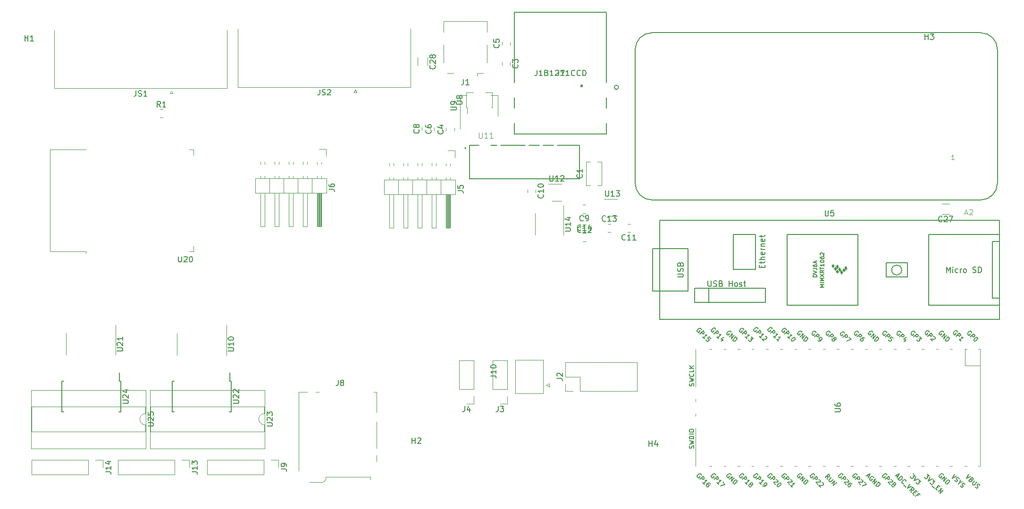
<source format=gbr>
%TF.GenerationSoftware,KiCad,Pcbnew,(5.1.8-0-10_14)*%
%TF.CreationDate,2021-09-27T01:11:36-07:00*%
%TF.ProjectId,baku,62616b75-2e6b-4696-9361-645f70636258,rev?*%
%TF.SameCoordinates,Original*%
%TF.FileFunction,Legend,Top*%
%TF.FilePolarity,Positive*%
%FSLAX46Y46*%
G04 Gerber Fmt 4.6, Leading zero omitted, Abs format (unit mm)*
G04 Created by KiCad (PCBNEW (5.1.8-0-10_14)) date 2021-09-27 01:11:36*
%MOMM*%
%LPD*%
G01*
G04 APERTURE LIST*
%ADD10C,0.127000*%
%ADD11C,0.120000*%
%ADD12C,0.100000*%
%ADD13C,0.150000*%
%ADD14C,0.152400*%
%ADD15C,0.200000*%
%ADD16C,0.015000*%
G04 APERTURE END LIST*
D10*
%TO.C,A2*%
X233750000Y-94250000D02*
G75*
G03*
X236750000Y-91250000I0J3000000D01*
G01*
X171750000Y-91250000D02*
G75*
G03*
X174750000Y-94250000I3000000J0D01*
G01*
X174750000Y-64250000D02*
G75*
G03*
X171750000Y-67250000I0J-3000000D01*
G01*
X236750000Y-67250000D02*
G75*
G03*
X233750000Y-64250000I-3000000J0D01*
G01*
X233750000Y-64250000D02*
X174750000Y-64250000D01*
X171750000Y-67250000D02*
X171750000Y-91250000D01*
X174750000Y-94250000D02*
X233750000Y-94250000D01*
X236750000Y-91250000D02*
X236750000Y-67250000D01*
X199850000Y-64250000D02*
X191500000Y-64250000D01*
X187250000Y-64250000D02*
X178900000Y-64250000D01*
D11*
%TO.C,R1*%
X86522936Y-78015000D02*
X86977064Y-78015000D01*
X86522936Y-79485000D02*
X86977064Y-79485000D01*
%TO.C,J4*%
X142830000Y-123090000D02*
X140170000Y-123090000D01*
X142830000Y-128230000D02*
X142830000Y-123090000D01*
X140170000Y-128230000D02*
X140170000Y-123090000D01*
X142830000Y-128230000D02*
X140170000Y-128230000D01*
X142830000Y-129500000D02*
X142830000Y-130830000D01*
X142830000Y-130830000D02*
X141500000Y-130830000D01*
%TO.C,J3*%
X148830000Y-123090000D02*
X146170000Y-123090000D01*
X148830000Y-128230000D02*
X148830000Y-123090000D01*
X146170000Y-128230000D02*
X146170000Y-123090000D01*
X148830000Y-128230000D02*
X146170000Y-128230000D01*
X148830000Y-129500000D02*
X148830000Y-130830000D01*
X148830000Y-130830000D02*
X147500000Y-130830000D01*
D12*
%TO.C,U5*%
G36*
X209800600Y-106525400D02*
G01*
X209546600Y-106779400D01*
X209292600Y-106398400D01*
X209546600Y-106144400D01*
X209800600Y-106525400D01*
G37*
X209800600Y-106525400D02*
X209546600Y-106779400D01*
X209292600Y-106398400D01*
X209546600Y-106144400D01*
X209800600Y-106525400D01*
G36*
X209419600Y-106906400D02*
G01*
X209165600Y-107160400D01*
X208911600Y-106779400D01*
X209165600Y-106525400D01*
X209419600Y-106906400D01*
G37*
X209419600Y-106906400D02*
X209165600Y-107160400D01*
X208911600Y-106779400D01*
X209165600Y-106525400D01*
X209419600Y-106906400D01*
G36*
X207514600Y-106144400D02*
G01*
X207260600Y-106398400D01*
X207006600Y-106017400D01*
X207260600Y-105763400D01*
X207514600Y-106144400D01*
G37*
X207514600Y-106144400D02*
X207260600Y-106398400D01*
X207006600Y-106017400D01*
X207260600Y-105763400D01*
X207514600Y-106144400D01*
G36*
X207895600Y-106652400D02*
G01*
X207641600Y-106906400D01*
X207387600Y-106525400D01*
X207641600Y-106271400D01*
X207895600Y-106652400D01*
G37*
X207895600Y-106652400D02*
X207641600Y-106906400D01*
X207387600Y-106525400D01*
X207641600Y-106271400D01*
X207895600Y-106652400D01*
G36*
X208276600Y-107160400D02*
G01*
X208022600Y-107414400D01*
X207768600Y-107033400D01*
X208022600Y-106779400D01*
X208276600Y-107160400D01*
G37*
X208276600Y-107160400D02*
X208022600Y-107414400D01*
X207768600Y-107033400D01*
X208022600Y-106779400D01*
X208276600Y-107160400D01*
G36*
X208276600Y-106271400D02*
G01*
X208022600Y-106525400D01*
X207768600Y-106144400D01*
X208022600Y-105890400D01*
X208276600Y-106271400D01*
G37*
X208276600Y-106271400D02*
X208022600Y-106525400D01*
X207768600Y-106144400D01*
X208022600Y-105890400D01*
X208276600Y-106271400D01*
G36*
X208657600Y-106779400D02*
G01*
X208403600Y-107033400D01*
X208149600Y-106652400D01*
X208403600Y-106398400D01*
X208657600Y-106779400D01*
G37*
X208657600Y-106779400D02*
X208403600Y-107033400D01*
X208149600Y-106652400D01*
X208403600Y-106398400D01*
X208657600Y-106779400D01*
G36*
X209038600Y-107287400D02*
G01*
X208784600Y-107541400D01*
X208530600Y-107160400D01*
X208784600Y-106906400D01*
X209038600Y-107287400D01*
G37*
X209038600Y-107287400D02*
X208784600Y-107541400D01*
X208530600Y-107160400D01*
X208784600Y-106906400D01*
X209038600Y-107287400D01*
D13*
X176123600Y-115722400D02*
X176123600Y-97942400D01*
X237083600Y-115722400D02*
X176123600Y-115722400D01*
X237083600Y-97942400D02*
X237083600Y-115722400D01*
X176123600Y-97942400D02*
X237083600Y-97942400D01*
X181203600Y-110642400D02*
X176123600Y-110642400D01*
X181203600Y-103022400D02*
X176123600Y-103022400D01*
X181203600Y-110642400D02*
X181203600Y-103022400D01*
X174853600Y-103022400D02*
X176123600Y-103022400D01*
X174853600Y-110642400D02*
X174853600Y-103022400D01*
X176123600Y-110642400D02*
X174853600Y-110642400D01*
X237083600Y-100482400D02*
X224383600Y-100482400D01*
X224383600Y-100482400D02*
X224383600Y-113182400D01*
X224383600Y-113182400D02*
X237083600Y-113182400D01*
X237083600Y-101752400D02*
X235813600Y-101752400D01*
X235813600Y-101752400D02*
X235813600Y-111912400D01*
X235813600Y-111912400D02*
X237083600Y-111912400D01*
X220573600Y-105562400D02*
X220573600Y-108102400D01*
X220573600Y-108102400D02*
X216763600Y-108102400D01*
X216763600Y-108102400D02*
X216763600Y-105562400D01*
X216763600Y-105562400D02*
X220573600Y-105562400D01*
X182422800Y-110131600D02*
X195122800Y-110131600D01*
X195122800Y-110131600D02*
X195122800Y-112671600D01*
X195122800Y-112671600D02*
X182422800Y-112671600D01*
X182422800Y-112671600D02*
X182422800Y-110131600D01*
X182422800Y-110131600D02*
X184962800Y-110131600D01*
X184962800Y-110131600D02*
X184962800Y-112671600D01*
X189353600Y-100730800D02*
X189353600Y-106730800D01*
X189353600Y-106730800D02*
X193353600Y-106730800D01*
X193353600Y-106730800D02*
X193353600Y-100480800D01*
X193353600Y-100480800D02*
X189353600Y-100480800D01*
X189353600Y-100480800D02*
X189353600Y-100730800D01*
X198983600Y-113182400D02*
X211683600Y-113182400D01*
X211683600Y-113182400D02*
X211683600Y-100482400D01*
X211683600Y-100482400D02*
X198983600Y-100482400D01*
X198983600Y-100482400D02*
X198983600Y-113182400D01*
X219566626Y-106832400D02*
G75*
G03*
X219566626Y-106832400I-898026J0D01*
G01*
D11*
%TO.C,J2*%
X172080000Y-128580000D02*
X172080000Y-123380000D01*
X161860000Y-128580000D02*
X172080000Y-128580000D01*
X159260000Y-123380000D02*
X172080000Y-123380000D01*
X161860000Y-128580000D02*
X161860000Y-125980000D01*
X161860000Y-125980000D02*
X159260000Y-125980000D01*
X159260000Y-125980000D02*
X159260000Y-123380000D01*
X160590000Y-128580000D02*
X159260000Y-128580000D01*
X159260000Y-128580000D02*
X159260000Y-127250000D01*
%TO.C,J6*%
X116332000Y-85090000D02*
X116332000Y-86360000D01*
X115062000Y-85090000D02*
X116332000Y-85090000D01*
X104522000Y-87402929D02*
X104522000Y-87857071D01*
X105282000Y-87402929D02*
X105282000Y-87857071D01*
X104522000Y-89942929D02*
X104522000Y-90340000D01*
X105282000Y-89942929D02*
X105282000Y-90340000D01*
X104522000Y-99000000D02*
X104522000Y-93000000D01*
X105282000Y-99000000D02*
X104522000Y-99000000D01*
X105282000Y-93000000D02*
X105282000Y-99000000D01*
X106172000Y-90340000D02*
X106172000Y-93000000D01*
X107062000Y-87402929D02*
X107062000Y-87857071D01*
X107822000Y-87402929D02*
X107822000Y-87857071D01*
X107062000Y-89942929D02*
X107062000Y-90340000D01*
X107822000Y-89942929D02*
X107822000Y-90340000D01*
X107062000Y-99000000D02*
X107062000Y-93000000D01*
X107822000Y-99000000D02*
X107062000Y-99000000D01*
X107822000Y-93000000D02*
X107822000Y-99000000D01*
X108712000Y-90340000D02*
X108712000Y-93000000D01*
X109602000Y-87402929D02*
X109602000Y-87857071D01*
X110362000Y-87402929D02*
X110362000Y-87857071D01*
X109602000Y-89942929D02*
X109602000Y-90340000D01*
X110362000Y-89942929D02*
X110362000Y-90340000D01*
X109602000Y-99000000D02*
X109602000Y-93000000D01*
X110362000Y-99000000D02*
X109602000Y-99000000D01*
X110362000Y-93000000D02*
X110362000Y-99000000D01*
X111252000Y-90340000D02*
X111252000Y-93000000D01*
X112142000Y-87402929D02*
X112142000Y-87857071D01*
X112902000Y-87402929D02*
X112902000Y-87857071D01*
X112142000Y-89942929D02*
X112142000Y-90340000D01*
X112902000Y-89942929D02*
X112902000Y-90340000D01*
X112142000Y-99000000D02*
X112142000Y-93000000D01*
X112902000Y-99000000D02*
X112142000Y-99000000D01*
X112902000Y-93000000D02*
X112902000Y-99000000D01*
X113792000Y-90340000D02*
X113792000Y-93000000D01*
X114682000Y-87470000D02*
X114682000Y-87857071D01*
X115442000Y-87470000D02*
X115442000Y-87857071D01*
X114682000Y-89942929D02*
X114682000Y-90340000D01*
X115442000Y-89942929D02*
X115442000Y-90340000D01*
X114782000Y-93000000D02*
X114782000Y-99000000D01*
X114902000Y-93000000D02*
X114902000Y-99000000D01*
X115022000Y-93000000D02*
X115022000Y-99000000D01*
X115142000Y-93000000D02*
X115142000Y-99000000D01*
X115262000Y-93000000D02*
X115262000Y-99000000D01*
X115382000Y-93000000D02*
X115382000Y-99000000D01*
X114682000Y-99000000D02*
X114682000Y-93000000D01*
X115442000Y-99000000D02*
X114682000Y-99000000D01*
X115442000Y-93000000D02*
X115442000Y-99000000D01*
X116392000Y-93000000D02*
X116392000Y-90340000D01*
X103572000Y-93000000D02*
X116392000Y-93000000D01*
X103572000Y-90340000D02*
X103572000Y-93000000D01*
X116392000Y-90340000D02*
X103572000Y-90340000D01*
%TO.C,J5*%
X139446000Y-85344000D02*
X139446000Y-86614000D01*
X138176000Y-85344000D02*
X139446000Y-85344000D01*
X127636000Y-87656929D02*
X127636000Y-88111071D01*
X128396000Y-87656929D02*
X128396000Y-88111071D01*
X127636000Y-90196929D02*
X127636000Y-90594000D01*
X128396000Y-90196929D02*
X128396000Y-90594000D01*
X127636000Y-99254000D02*
X127636000Y-93254000D01*
X128396000Y-99254000D02*
X127636000Y-99254000D01*
X128396000Y-93254000D02*
X128396000Y-99254000D01*
X129286000Y-90594000D02*
X129286000Y-93254000D01*
X130176000Y-87656929D02*
X130176000Y-88111071D01*
X130936000Y-87656929D02*
X130936000Y-88111071D01*
X130176000Y-90196929D02*
X130176000Y-90594000D01*
X130936000Y-90196929D02*
X130936000Y-90594000D01*
X130176000Y-99254000D02*
X130176000Y-93254000D01*
X130936000Y-99254000D02*
X130176000Y-99254000D01*
X130936000Y-93254000D02*
X130936000Y-99254000D01*
X131826000Y-90594000D02*
X131826000Y-93254000D01*
X132716000Y-87656929D02*
X132716000Y-88111071D01*
X133476000Y-87656929D02*
X133476000Y-88111071D01*
X132716000Y-90196929D02*
X132716000Y-90594000D01*
X133476000Y-90196929D02*
X133476000Y-90594000D01*
X132716000Y-99254000D02*
X132716000Y-93254000D01*
X133476000Y-99254000D02*
X132716000Y-99254000D01*
X133476000Y-93254000D02*
X133476000Y-99254000D01*
X134366000Y-90594000D02*
X134366000Y-93254000D01*
X135256000Y-87656929D02*
X135256000Y-88111071D01*
X136016000Y-87656929D02*
X136016000Y-88111071D01*
X135256000Y-90196929D02*
X135256000Y-90594000D01*
X136016000Y-90196929D02*
X136016000Y-90594000D01*
X135256000Y-99254000D02*
X135256000Y-93254000D01*
X136016000Y-99254000D02*
X135256000Y-99254000D01*
X136016000Y-93254000D02*
X136016000Y-99254000D01*
X136906000Y-90594000D02*
X136906000Y-93254000D01*
X137796000Y-87724000D02*
X137796000Y-88111071D01*
X138556000Y-87724000D02*
X138556000Y-88111071D01*
X137796000Y-90196929D02*
X137796000Y-90594000D01*
X138556000Y-90196929D02*
X138556000Y-90594000D01*
X137896000Y-93254000D02*
X137896000Y-99254000D01*
X138016000Y-93254000D02*
X138016000Y-99254000D01*
X138136000Y-93254000D02*
X138136000Y-99254000D01*
X138256000Y-93254000D02*
X138256000Y-99254000D01*
X138376000Y-93254000D02*
X138376000Y-99254000D01*
X138496000Y-93254000D02*
X138496000Y-99254000D01*
X137796000Y-99254000D02*
X137796000Y-93254000D01*
X138556000Y-99254000D02*
X137796000Y-99254000D01*
X138556000Y-93254000D02*
X138556000Y-99254000D01*
X139506000Y-93254000D02*
X139506000Y-90594000D01*
X126686000Y-93254000D02*
X139506000Y-93254000D01*
X126686000Y-90594000D02*
X126686000Y-93254000D01*
X139506000Y-90594000D02*
X126686000Y-90594000D01*
%TO.C,C28*%
X134510000Y-68738748D02*
X134510000Y-70161252D01*
X132690000Y-68738748D02*
X132690000Y-70161252D01*
%TO.C,JS2*%
X121513600Y-74493725D02*
X121763600Y-74926738D01*
X121263600Y-74926738D02*
X121513600Y-74493725D01*
X121763600Y-74926738D02*
X121263600Y-74926738D01*
X100488600Y-74032400D02*
X100488600Y-63552400D01*
X131458600Y-74032400D02*
X100488600Y-74032400D01*
X131458600Y-63552400D02*
X131458600Y-74032400D01*
%TO.C,J8*%
X114989000Y-128767000D02*
X114439000Y-128767000D01*
X124839000Y-128767000D02*
X125349000Y-128767000D01*
X111379000Y-128767000D02*
X112939000Y-128767000D01*
X125349000Y-128767000D02*
X125349000Y-132377000D01*
X111379000Y-128767000D02*
X111379000Y-142827000D01*
X125349000Y-134077000D02*
X125349000Y-138777000D01*
X125349000Y-140077000D02*
X125349000Y-141177000D01*
X124229000Y-143987000D02*
X116199000Y-143987000D01*
X116199000Y-143987000D02*
X116199000Y-144437000D01*
X113289000Y-144937000D02*
X115689000Y-144937000D01*
X115699000Y-144927000D02*
X116199000Y-144437000D01*
X124229000Y-143987000D02*
X124229000Y-144437000D01*
%TO.C,U25*%
X83940000Y-138854000D02*
X83940000Y-128354000D01*
X63380000Y-138854000D02*
X83940000Y-138854000D01*
X63380000Y-128354000D02*
X63380000Y-138854000D01*
X83940000Y-128354000D02*
X63380000Y-128354000D01*
X83880000Y-135854000D02*
X83880000Y-134604000D01*
X63440000Y-135854000D02*
X83880000Y-135854000D01*
X63440000Y-131354000D02*
X63440000Y-135854000D01*
X83880000Y-131354000D02*
X63440000Y-131354000D01*
X83880000Y-132604000D02*
X83880000Y-131354000D01*
X83880000Y-134604000D02*
G75*
G02*
X83880000Y-132604000I0J1000000D01*
G01*
D13*
%TO.C,U24*%
X79168000Y-126765000D02*
X79168000Y-125240000D01*
X68893000Y-126765000D02*
X68893000Y-132315000D01*
X79443000Y-126765000D02*
X79443000Y-132315000D01*
X68893000Y-126765000D02*
X69248000Y-126765000D01*
X68893000Y-132315000D02*
X69248000Y-132315000D01*
X79443000Y-132315000D02*
X79088000Y-132315000D01*
X79443000Y-126765000D02*
X79168000Y-126765000D01*
D11*
%TO.C,U23*%
X105276000Y-138854000D02*
X105276000Y-128354000D01*
X84716000Y-138854000D02*
X105276000Y-138854000D01*
X84716000Y-128354000D02*
X84716000Y-138854000D01*
X105276000Y-128354000D02*
X84716000Y-128354000D01*
X105216000Y-135854000D02*
X105216000Y-134604000D01*
X84776000Y-135854000D02*
X105216000Y-135854000D01*
X84776000Y-131354000D02*
X84776000Y-135854000D01*
X105216000Y-131354000D02*
X84776000Y-131354000D01*
X105216000Y-132604000D02*
X105216000Y-131354000D01*
X105216000Y-134604000D02*
G75*
G02*
X105216000Y-132604000I0J1000000D01*
G01*
D13*
%TO.C,U22*%
X98980000Y-126759000D02*
X98980000Y-125234000D01*
X88705000Y-126759000D02*
X88705000Y-132309000D01*
X99255000Y-126759000D02*
X99255000Y-132309000D01*
X88705000Y-126759000D02*
X89060000Y-126759000D01*
X88705000Y-132309000D02*
X89060000Y-132309000D01*
X99255000Y-132309000D02*
X98900000Y-132309000D01*
X99255000Y-126759000D02*
X98980000Y-126759000D01*
D11*
%TO.C,U21*%
X78526800Y-120130800D02*
X78526800Y-116680800D01*
X78526800Y-120130800D02*
X78526800Y-122080800D01*
X69656800Y-120130800D02*
X69656800Y-118180800D01*
X69656800Y-120130800D02*
X69656800Y-122080800D01*
%TO.C,U10*%
X98415000Y-120142000D02*
X98415000Y-116692000D01*
X98415000Y-120142000D02*
X98415000Y-122092000D01*
X89545000Y-120142000D02*
X89545000Y-118192000D01*
X89545000Y-120142000D02*
X89545000Y-122092000D01*
%TO.C,J14*%
X76260000Y-140910000D02*
X76260000Y-142240000D01*
X74930000Y-140910000D02*
X76260000Y-140910000D01*
X73660000Y-140910000D02*
X73660000Y-143570000D01*
X73660000Y-143570000D02*
X63440000Y-143570000D01*
X73660000Y-140910000D02*
X63440000Y-140910000D01*
X63440000Y-140910000D02*
X63440000Y-143570000D01*
%TO.C,J13*%
X91754000Y-140910000D02*
X91754000Y-142240000D01*
X90424000Y-140910000D02*
X91754000Y-140910000D01*
X89154000Y-140910000D02*
X89154000Y-143570000D01*
X89154000Y-143570000D02*
X78934000Y-143570000D01*
X89154000Y-140910000D02*
X78934000Y-140910000D01*
X78934000Y-140910000D02*
X78934000Y-143570000D01*
%TO.C,J9*%
X107756000Y-140884600D02*
X107756000Y-142214600D01*
X106426000Y-140884600D02*
X107756000Y-140884600D01*
X105156000Y-140884600D02*
X105156000Y-143544600D01*
X105156000Y-143544600D02*
X94936000Y-143544600D01*
X105156000Y-140884600D02*
X94936000Y-140884600D01*
X94936000Y-140884600D02*
X94936000Y-143544600D01*
%TO.C,C27*%
X228168252Y-94975000D02*
X226745748Y-94975000D01*
X228168252Y-96795000D02*
X226745748Y-96795000D01*
D14*
%TO.C,J7*%
X166598600Y-77792647D02*
X166598600Y-75870173D01*
X150088600Y-80460173D02*
X150088600Y-82403010D01*
X166598600Y-73202647D02*
X166598600Y-60609810D01*
X150088600Y-75870173D02*
X150088600Y-77792647D01*
X166598600Y-60609810D02*
X150088600Y-60609810D01*
X150088600Y-60609810D02*
X150088600Y-73202647D01*
X150088600Y-82403010D02*
X166598600Y-82403010D01*
X166598600Y-82403010D02*
X166598600Y-80460173D01*
X168757600Y-74046410D02*
G75*
G03*
X168757600Y-74046410I-381000J0D01*
G01*
D11*
%TO.C,C1*%
X165003000Y-87395000D02*
X165708000Y-87395000D01*
X162968000Y-87395000D02*
X163673000Y-87395000D01*
X165003000Y-91635000D02*
X165708000Y-91635000D01*
X162968000Y-91635000D02*
X163673000Y-91635000D01*
X165708000Y-91635000D02*
X165708000Y-87395000D01*
X162968000Y-91635000D02*
X162968000Y-87395000D01*
%TO.C,J10*%
X150250000Y-129000000D02*
X155250000Y-129000000D01*
X150250000Y-123000000D02*
X150250000Y-129000000D01*
X155250000Y-123000000D02*
X150250000Y-123000000D01*
X155250000Y-129000000D02*
X155250000Y-123000000D01*
X155750000Y-127500000D02*
X156350000Y-127800000D01*
X156350000Y-127800000D02*
X156350000Y-127200000D01*
X156350000Y-127200000D02*
X155750000Y-127500000D01*
%TO.C,U9*%
X147123200Y-75458400D02*
X145863200Y-75458400D01*
X140303200Y-75458400D02*
X141563200Y-75458400D01*
X147123200Y-79218400D02*
X147123200Y-75458400D01*
X140303200Y-81468400D02*
X140303200Y-75458400D01*
%TO.C,U8*%
X144814000Y-74946400D02*
X146124000Y-74946400D01*
X146124000Y-74946400D02*
X146124000Y-77666400D01*
X141634000Y-78806400D02*
X141634000Y-77666400D01*
X141404000Y-74946400D02*
X142714000Y-74946400D01*
X141404000Y-77666400D02*
X141404000Y-74946400D01*
X141404000Y-77666400D02*
X141634000Y-77666400D01*
X146124000Y-77666400D02*
X145894000Y-77666400D01*
%TO.C,J1*%
X137364800Y-62212800D02*
X145184800Y-62212800D01*
X143384800Y-71532800D02*
X143384800Y-71962800D01*
X137364800Y-62212800D02*
X137364800Y-64162800D01*
X137364800Y-66382800D02*
X137364800Y-69612800D01*
X139164800Y-71532800D02*
X138084800Y-71532800D01*
X144464800Y-71532800D02*
X143384800Y-71532800D01*
X145184800Y-66382800D02*
X145184800Y-69612800D01*
X145184800Y-62212800D02*
X145184800Y-64162800D01*
%TO.C,C8*%
X133504000Y-81734252D02*
X133504000Y-81211748D01*
X134974000Y-81734252D02*
X134974000Y-81211748D01*
%TO.C,C6*%
X135663000Y-81795252D02*
X135663000Y-81272748D01*
X137133000Y-81795252D02*
X137133000Y-81272748D01*
%TO.C,C5*%
X147855000Y-66428252D02*
X147855000Y-65905748D01*
X149325000Y-66428252D02*
X149325000Y-65905748D01*
%TO.C,C4*%
X137822000Y-81856252D02*
X137822000Y-81333748D01*
X139292000Y-81856252D02*
X139292000Y-81333748D01*
%TO.C,C3*%
X149325000Y-69522748D02*
X149325000Y-70045252D01*
X147855000Y-69522748D02*
X147855000Y-70045252D01*
%TO.C,U20*%
X91713500Y-103455600D02*
X92493500Y-103455600D01*
X92493500Y-103455600D02*
X92493500Y-102455600D01*
X91713500Y-85215600D02*
X92493500Y-85215600D01*
X92493500Y-85215600D02*
X92493500Y-86215600D01*
X66748500Y-103455600D02*
X66748500Y-85215600D01*
X66748500Y-85215600D02*
X73168500Y-85215600D01*
X66748500Y-103455600D02*
X73168500Y-103455600D01*
X73168500Y-103455600D02*
X73168500Y-103835600D01*
%TO.C,U6*%
X182627600Y-132621200D02*
X182627600Y-133021200D01*
X182627600Y-130021200D02*
X182627600Y-130421200D01*
X182627600Y-142021200D02*
X182627600Y-135221200D01*
X193027600Y-142021200D02*
X192627600Y-142021200D01*
X200727600Y-142021200D02*
X200327600Y-142021200D01*
X226127600Y-142021200D02*
X225727600Y-142021200D01*
X233627600Y-142021200D02*
X233327600Y-142021200D01*
X210827600Y-142021200D02*
X210427600Y-142021200D01*
X195627600Y-142021200D02*
X195227600Y-142021200D01*
X215927600Y-142021200D02*
X215527600Y-142021200D01*
X221027600Y-142021200D02*
X220627600Y-142021200D01*
X208327600Y-142021200D02*
X207927600Y-142021200D01*
X203227600Y-142021200D02*
X202827600Y-142021200D01*
X188027600Y-142021200D02*
X187627600Y-142021200D01*
X185427600Y-142021200D02*
X185027600Y-142021200D01*
X190527600Y-142021200D02*
X190127600Y-142021200D01*
X223527600Y-142021200D02*
X223127600Y-142021200D01*
X231227600Y-142021200D02*
X230827600Y-142021200D01*
X228627600Y-142021200D02*
X228227600Y-142021200D01*
X198127600Y-142021200D02*
X197727600Y-142021200D01*
X205827600Y-142021200D02*
X205427600Y-142021200D01*
X213427600Y-142021200D02*
X213027600Y-142021200D01*
X218527600Y-142021200D02*
X218127600Y-142021200D01*
X185427600Y-121021200D02*
X185027600Y-121021200D01*
X188027600Y-121021200D02*
X187627600Y-121021200D01*
X190527600Y-121021200D02*
X190127600Y-121021200D01*
X193027600Y-121021200D02*
X192627600Y-121021200D01*
X195627600Y-121021200D02*
X195227600Y-121021200D01*
X198127600Y-121021200D02*
X197727600Y-121021200D01*
X200727600Y-121021200D02*
X200327600Y-121021200D01*
X203227600Y-121021200D02*
X202827600Y-121021200D01*
X205827600Y-121021200D02*
X205427600Y-121021200D01*
X208327600Y-121021200D02*
X207927600Y-121021200D01*
X210827600Y-121021200D02*
X210427600Y-121021200D01*
X213427600Y-121021200D02*
X213027600Y-121021200D01*
X215927600Y-121021200D02*
X215527600Y-121021200D01*
X218527600Y-121021200D02*
X218127600Y-121021200D01*
X221027600Y-121021200D02*
X220627600Y-121021200D01*
X223527600Y-121021200D02*
X223127600Y-121021200D01*
X226127600Y-121021200D02*
X225727600Y-121021200D01*
X228627600Y-121021200D02*
X228227600Y-121021200D01*
X231227600Y-121021200D02*
X230827600Y-121021200D01*
X233627600Y-121021200D02*
X233327600Y-121021200D01*
X230960600Y-124028200D02*
X233627600Y-124028200D01*
X230960600Y-121021200D02*
X230960600Y-124028200D01*
X182627600Y-127821200D02*
X182627600Y-121021200D01*
X233627600Y-121021200D02*
X233627600Y-142021200D01*
%TO.C,JS1*%
X88544400Y-74696925D02*
X88794400Y-75129938D01*
X88294400Y-75129938D02*
X88544400Y-74696925D01*
X88794400Y-75129938D02*
X88294400Y-75129938D01*
X67519400Y-74235600D02*
X67519400Y-63755600D01*
X98489400Y-74235600D02*
X67519400Y-74235600D01*
X98489400Y-63755600D02*
X98489400Y-74235600D01*
%TO.C,U14*%
X158897000Y-98614000D02*
X158897000Y-95164000D01*
X158897000Y-98614000D02*
X158897000Y-100564000D01*
X153777000Y-98614000D02*
X153777000Y-96664000D01*
X153777000Y-98614000D02*
X153777000Y-100564000D01*
%TO.C,U13*%
X168551000Y-94075200D02*
X166121000Y-94075200D01*
X166791000Y-97145200D02*
X168551000Y-97145200D01*
%TO.C,U12*%
X158574000Y-91388000D02*
X156144000Y-91388000D01*
X156814000Y-94458000D02*
X158574000Y-94458000D01*
D15*
%TO.C,U11*%
X141380000Y-84944000D02*
G75*
G03*
X141380000Y-84944000I-100000J0D01*
G01*
D10*
X155280000Y-84444000D02*
X157140000Y-84444000D01*
X152740000Y-84444000D02*
X154600000Y-84444000D01*
X145850000Y-84444000D02*
X146980000Y-84444000D01*
X157820000Y-84444000D02*
X161720000Y-84444000D01*
X147660000Y-84444000D02*
X152060000Y-84444000D01*
X142070000Y-84444000D02*
X143710000Y-84444000D01*
X161720000Y-90444000D02*
X142070000Y-90444000D01*
X161720000Y-90444000D02*
X161720000Y-84444000D01*
X142070000Y-84444000D02*
X142070000Y-90444000D01*
D11*
%TO.C,C14*%
X162379748Y-101700200D02*
X162902252Y-101700200D01*
X162379748Y-100230200D02*
X162902252Y-100230200D01*
%TO.C,C13*%
X166829748Y-100050200D02*
X167352252Y-100050200D01*
X166829748Y-98580200D02*
X167352252Y-98580200D01*
%TO.C,C12*%
X162902252Y-97220200D02*
X162379748Y-97220200D01*
X162902252Y-98690200D02*
X162379748Y-98690200D01*
%TO.C,C11*%
X170883252Y-98579000D02*
X170360748Y-98579000D01*
X170883252Y-100049000D02*
X170360748Y-100049000D01*
%TO.C,C10*%
X152427000Y-92382748D02*
X152427000Y-92905252D01*
X153897000Y-92382748D02*
X153897000Y-92905252D01*
%TO.C,C9*%
X162882252Y-95150000D02*
X162359748Y-95150000D01*
X162882252Y-96620000D02*
X162359748Y-96620000D01*
%TO.C,H4*%
D13*
X174238095Y-138452380D02*
X174238095Y-137452380D01*
X174238095Y-137928571D02*
X174809523Y-137928571D01*
X174809523Y-138452380D02*
X174809523Y-137452380D01*
X175714285Y-137785714D02*
X175714285Y-138452380D01*
X175476190Y-137404761D02*
X175238095Y-138119047D01*
X175857142Y-138119047D01*
%TO.C,H3*%
X223738095Y-65452380D02*
X223738095Y-64452380D01*
X223738095Y-64928571D02*
X224309523Y-64928571D01*
X224309523Y-65452380D02*
X224309523Y-64452380D01*
X224690476Y-64452380D02*
X225309523Y-64452380D01*
X224976190Y-64833333D01*
X225119047Y-64833333D01*
X225214285Y-64880952D01*
X225261904Y-64928571D01*
X225309523Y-65023809D01*
X225309523Y-65261904D01*
X225261904Y-65357142D01*
X225214285Y-65404761D01*
X225119047Y-65452380D01*
X224833333Y-65452380D01*
X224738095Y-65404761D01*
X224690476Y-65357142D01*
%TO.C,H2*%
X131738095Y-137952380D02*
X131738095Y-136952380D01*
X131738095Y-137428571D02*
X132309523Y-137428571D01*
X132309523Y-137952380D02*
X132309523Y-136952380D01*
X132738095Y-137047619D02*
X132785714Y-137000000D01*
X132880952Y-136952380D01*
X133119047Y-136952380D01*
X133214285Y-137000000D01*
X133261904Y-137047619D01*
X133309523Y-137142857D01*
X133309523Y-137238095D01*
X133261904Y-137380952D01*
X132690476Y-137952380D01*
X133309523Y-137952380D01*
%TO.C,H1*%
X62238095Y-65702380D02*
X62238095Y-64702380D01*
X62238095Y-65178571D02*
X62809523Y-65178571D01*
X62809523Y-65702380D02*
X62809523Y-64702380D01*
X63809523Y-65702380D02*
X63238095Y-65702380D01*
X63523809Y-65702380D02*
X63523809Y-64702380D01*
X63428571Y-64845238D01*
X63333333Y-64940476D01*
X63238095Y-64988095D01*
%TO.C,A2*%
D16*
X230890964Y-96642791D02*
X231368054Y-96642791D01*
X230795546Y-96929045D02*
X231129509Y-95927155D01*
X231463472Y-96929045D01*
X231749727Y-96022574D02*
X231797436Y-95974865D01*
X231892854Y-95927155D01*
X232131399Y-95927155D01*
X232226817Y-95974865D01*
X232274526Y-96022574D01*
X232322235Y-96117992D01*
X232322235Y-96213410D01*
X232274526Y-96356537D01*
X231702018Y-96929045D01*
X232322235Y-96929045D01*
X228951507Y-86980528D02*
X228493892Y-86980528D01*
X228722700Y-86980528D02*
X228722700Y-86179701D01*
X228646430Y-86294105D01*
X228570161Y-86370374D01*
X228493892Y-86408509D01*
%TO.C,R1*%
D13*
X86583333Y-77552380D02*
X86250000Y-77076190D01*
X86011904Y-77552380D02*
X86011904Y-76552380D01*
X86392857Y-76552380D01*
X86488095Y-76600000D01*
X86535714Y-76647619D01*
X86583333Y-76742857D01*
X86583333Y-76885714D01*
X86535714Y-76980952D01*
X86488095Y-77028571D01*
X86392857Y-77076190D01*
X86011904Y-77076190D01*
X87535714Y-77552380D02*
X86964285Y-77552380D01*
X87250000Y-77552380D02*
X87250000Y-76552380D01*
X87154761Y-76695238D01*
X87059523Y-76790476D01*
X86964285Y-76838095D01*
%TO.C,J4*%
X141166666Y-131282380D02*
X141166666Y-131996666D01*
X141119047Y-132139523D01*
X141023809Y-132234761D01*
X140880952Y-132282380D01*
X140785714Y-132282380D01*
X142071428Y-131615714D02*
X142071428Y-132282380D01*
X141833333Y-131234761D02*
X141595238Y-131949047D01*
X142214285Y-131949047D01*
%TO.C,J3*%
X147166666Y-131282380D02*
X147166666Y-131996666D01*
X147119047Y-132139523D01*
X147023809Y-132234761D01*
X146880952Y-132282380D01*
X146785714Y-132282380D01*
X147547619Y-131282380D02*
X148166666Y-131282380D01*
X147833333Y-131663333D01*
X147976190Y-131663333D01*
X148071428Y-131710952D01*
X148119047Y-131758571D01*
X148166666Y-131853809D01*
X148166666Y-132091904D01*
X148119047Y-132187142D01*
X148071428Y-132234761D01*
X147976190Y-132282380D01*
X147690476Y-132282380D01*
X147595238Y-132234761D01*
X147547619Y-132187142D01*
%TO.C,U5*%
X205841695Y-96124780D02*
X205841695Y-96934304D01*
X205889314Y-97029542D01*
X205936933Y-97077161D01*
X206032171Y-97124780D01*
X206222647Y-97124780D01*
X206317885Y-97077161D01*
X206365504Y-97029542D01*
X206413123Y-96934304D01*
X206413123Y-96124780D01*
X207365504Y-96124780D02*
X206889314Y-96124780D01*
X206841695Y-96600971D01*
X206889314Y-96553352D01*
X206984552Y-96505733D01*
X207222647Y-96505733D01*
X207317885Y-96553352D01*
X207365504Y-96600971D01*
X207413123Y-96696209D01*
X207413123Y-96934304D01*
X207365504Y-97029542D01*
X207317885Y-97077161D01*
X207222647Y-97124780D01*
X206984552Y-97124780D01*
X206889314Y-97077161D01*
X206841695Y-97029542D01*
X184828276Y-108773980D02*
X184828276Y-109583504D01*
X184875895Y-109678742D01*
X184923514Y-109726361D01*
X185018752Y-109773980D01*
X185209228Y-109773980D01*
X185304466Y-109726361D01*
X185352085Y-109678742D01*
X185399704Y-109583504D01*
X185399704Y-108773980D01*
X185828276Y-109726361D02*
X185971133Y-109773980D01*
X186209228Y-109773980D01*
X186304466Y-109726361D01*
X186352085Y-109678742D01*
X186399704Y-109583504D01*
X186399704Y-109488266D01*
X186352085Y-109393028D01*
X186304466Y-109345409D01*
X186209228Y-109297790D01*
X186018752Y-109250171D01*
X185923514Y-109202552D01*
X185875895Y-109154933D01*
X185828276Y-109059695D01*
X185828276Y-108964457D01*
X185875895Y-108869219D01*
X185923514Y-108821600D01*
X186018752Y-108773980D01*
X186256847Y-108773980D01*
X186399704Y-108821600D01*
X187161609Y-109250171D02*
X187304466Y-109297790D01*
X187352085Y-109345409D01*
X187399704Y-109440647D01*
X187399704Y-109583504D01*
X187352085Y-109678742D01*
X187304466Y-109726361D01*
X187209228Y-109773980D01*
X186828276Y-109773980D01*
X186828276Y-108773980D01*
X187161609Y-108773980D01*
X187256847Y-108821600D01*
X187304466Y-108869219D01*
X187352085Y-108964457D01*
X187352085Y-109059695D01*
X187304466Y-109154933D01*
X187256847Y-109202552D01*
X187161609Y-109250171D01*
X186828276Y-109250171D01*
X188590180Y-109773980D02*
X188590180Y-108773980D01*
X188590180Y-109250171D02*
X189161609Y-109250171D01*
X189161609Y-109773980D02*
X189161609Y-108773980D01*
X189780657Y-109773980D02*
X189685419Y-109726361D01*
X189637800Y-109678742D01*
X189590180Y-109583504D01*
X189590180Y-109297790D01*
X189637800Y-109202552D01*
X189685419Y-109154933D01*
X189780657Y-109107314D01*
X189923514Y-109107314D01*
X190018752Y-109154933D01*
X190066371Y-109202552D01*
X190113990Y-109297790D01*
X190113990Y-109583504D01*
X190066371Y-109678742D01*
X190018752Y-109726361D01*
X189923514Y-109773980D01*
X189780657Y-109773980D01*
X190494942Y-109726361D02*
X190590180Y-109773980D01*
X190780657Y-109773980D01*
X190875895Y-109726361D01*
X190923514Y-109631123D01*
X190923514Y-109583504D01*
X190875895Y-109488266D01*
X190780657Y-109440647D01*
X190637800Y-109440647D01*
X190542561Y-109393028D01*
X190494942Y-109297790D01*
X190494942Y-109250171D01*
X190542561Y-109154933D01*
X190637800Y-109107314D01*
X190780657Y-109107314D01*
X190875895Y-109154933D01*
X191209228Y-109107314D02*
X191590180Y-109107314D01*
X191352085Y-108773980D02*
X191352085Y-109631123D01*
X191399704Y-109726361D01*
X191494942Y-109773980D01*
X191590180Y-109773980D01*
X194467171Y-106412942D02*
X194467171Y-106079609D01*
X194990980Y-105936752D02*
X194990980Y-106412942D01*
X193990980Y-106412942D01*
X193990980Y-105936752D01*
X194324314Y-105651038D02*
X194324314Y-105270085D01*
X193990980Y-105508180D02*
X194848123Y-105508180D01*
X194943361Y-105460561D01*
X194990980Y-105365323D01*
X194990980Y-105270085D01*
X194990980Y-104936752D02*
X193990980Y-104936752D01*
X194990980Y-104508180D02*
X194467171Y-104508180D01*
X194371933Y-104555800D01*
X194324314Y-104651038D01*
X194324314Y-104793895D01*
X194371933Y-104889133D01*
X194419552Y-104936752D01*
X194943361Y-103651038D02*
X194990980Y-103746276D01*
X194990980Y-103936752D01*
X194943361Y-104031990D01*
X194848123Y-104079609D01*
X194467171Y-104079609D01*
X194371933Y-104031990D01*
X194324314Y-103936752D01*
X194324314Y-103746276D01*
X194371933Y-103651038D01*
X194467171Y-103603419D01*
X194562409Y-103603419D01*
X194657647Y-104079609D01*
X194990980Y-103174847D02*
X194324314Y-103174847D01*
X194514790Y-103174847D02*
X194419552Y-103127228D01*
X194371933Y-103079609D01*
X194324314Y-102984371D01*
X194324314Y-102889133D01*
X194324314Y-102555800D02*
X194990980Y-102555800D01*
X194419552Y-102555800D02*
X194371933Y-102508180D01*
X194324314Y-102412942D01*
X194324314Y-102270085D01*
X194371933Y-102174847D01*
X194467171Y-102127228D01*
X194990980Y-102127228D01*
X194943361Y-101270085D02*
X194990980Y-101365323D01*
X194990980Y-101555800D01*
X194943361Y-101651038D01*
X194848123Y-101698657D01*
X194467171Y-101698657D01*
X194371933Y-101651038D01*
X194324314Y-101555800D01*
X194324314Y-101365323D01*
X194371933Y-101270085D01*
X194467171Y-101222466D01*
X194562409Y-101222466D01*
X194657647Y-101698657D01*
X194324314Y-100936752D02*
X194324314Y-100555800D01*
X193990980Y-100793895D02*
X194848123Y-100793895D01*
X194943361Y-100746276D01*
X194990980Y-100651038D01*
X194990980Y-100555800D01*
X179385980Y-108094304D02*
X180195504Y-108094304D01*
X180290742Y-108046685D01*
X180338361Y-107999066D01*
X180385980Y-107903828D01*
X180385980Y-107713352D01*
X180338361Y-107618114D01*
X180290742Y-107570495D01*
X180195504Y-107522876D01*
X179385980Y-107522876D01*
X180338361Y-107094304D02*
X180385980Y-106951447D01*
X180385980Y-106713352D01*
X180338361Y-106618114D01*
X180290742Y-106570495D01*
X180195504Y-106522876D01*
X180100266Y-106522876D01*
X180005028Y-106570495D01*
X179957409Y-106618114D01*
X179909790Y-106713352D01*
X179862171Y-106903828D01*
X179814552Y-106999066D01*
X179766933Y-107046685D01*
X179671695Y-107094304D01*
X179576457Y-107094304D01*
X179481219Y-107046685D01*
X179433600Y-106999066D01*
X179385980Y-106903828D01*
X179385980Y-106665733D01*
X179433600Y-106522876D01*
X179862171Y-105760971D02*
X179909790Y-105618114D01*
X179957409Y-105570495D01*
X180052647Y-105522876D01*
X180195504Y-105522876D01*
X180290742Y-105570495D01*
X180338361Y-105618114D01*
X180385980Y-105713352D01*
X180385980Y-106094304D01*
X179385980Y-106094304D01*
X179385980Y-105760971D01*
X179433600Y-105665733D01*
X179481219Y-105618114D01*
X179576457Y-105570495D01*
X179671695Y-105570495D01*
X179766933Y-105618114D01*
X179814552Y-105665733D01*
X179862171Y-105760971D01*
X179862171Y-106094304D01*
X227614552Y-107284780D02*
X227614552Y-106284780D01*
X227947885Y-106999066D01*
X228281219Y-106284780D01*
X228281219Y-107284780D01*
X228757409Y-107284780D02*
X228757409Y-106618114D01*
X228757409Y-106284780D02*
X228709790Y-106332400D01*
X228757409Y-106380019D01*
X228805028Y-106332400D01*
X228757409Y-106284780D01*
X228757409Y-106380019D01*
X229662171Y-107237161D02*
X229566933Y-107284780D01*
X229376457Y-107284780D01*
X229281219Y-107237161D01*
X229233600Y-107189542D01*
X229185980Y-107094304D01*
X229185980Y-106808590D01*
X229233600Y-106713352D01*
X229281219Y-106665733D01*
X229376457Y-106618114D01*
X229566933Y-106618114D01*
X229662171Y-106665733D01*
X230090742Y-107284780D02*
X230090742Y-106618114D01*
X230090742Y-106808590D02*
X230138361Y-106713352D01*
X230185980Y-106665733D01*
X230281219Y-106618114D01*
X230376457Y-106618114D01*
X230852647Y-107284780D02*
X230757409Y-107237161D01*
X230709790Y-107189542D01*
X230662171Y-107094304D01*
X230662171Y-106808590D01*
X230709790Y-106713352D01*
X230757409Y-106665733D01*
X230852647Y-106618114D01*
X230995504Y-106618114D01*
X231090742Y-106665733D01*
X231138361Y-106713352D01*
X231185980Y-106808590D01*
X231185980Y-107094304D01*
X231138361Y-107189542D01*
X231090742Y-107237161D01*
X230995504Y-107284780D01*
X230852647Y-107284780D01*
X232328838Y-107237161D02*
X232471695Y-107284780D01*
X232709790Y-107284780D01*
X232805028Y-107237161D01*
X232852647Y-107189542D01*
X232900266Y-107094304D01*
X232900266Y-106999066D01*
X232852647Y-106903828D01*
X232805028Y-106856209D01*
X232709790Y-106808590D01*
X232519314Y-106760971D01*
X232424076Y-106713352D01*
X232376457Y-106665733D01*
X232328838Y-106570495D01*
X232328838Y-106475257D01*
X232376457Y-106380019D01*
X232424076Y-106332400D01*
X232519314Y-106284780D01*
X232757409Y-106284780D01*
X232900266Y-106332400D01*
X233328838Y-107284780D02*
X233328838Y-106284780D01*
X233566933Y-106284780D01*
X233709790Y-106332400D01*
X233805028Y-106427638D01*
X233852647Y-106522876D01*
X233900266Y-106713352D01*
X233900266Y-106856209D01*
X233852647Y-107046685D01*
X233805028Y-107141923D01*
X233709790Y-107237161D01*
X233566933Y-107284780D01*
X233328838Y-107284780D01*
X205650266Y-109915733D02*
X204950266Y-109915733D01*
X205450266Y-109682400D01*
X204950266Y-109449066D01*
X205650266Y-109449066D01*
X205650266Y-109115733D02*
X204950266Y-109115733D01*
X205650266Y-108782400D02*
X204950266Y-108782400D01*
X205450266Y-108549066D01*
X204950266Y-108315733D01*
X205650266Y-108315733D01*
X204950266Y-108049066D02*
X205650266Y-107582400D01*
X204950266Y-107582400D02*
X205650266Y-108049066D01*
X205650266Y-106915733D02*
X205316933Y-107149066D01*
X205650266Y-107315733D02*
X204950266Y-107315733D01*
X204950266Y-107049066D01*
X204983600Y-106982400D01*
X205016933Y-106949066D01*
X205083600Y-106915733D01*
X205183600Y-106915733D01*
X205250266Y-106949066D01*
X205283600Y-106982400D01*
X205316933Y-107049066D01*
X205316933Y-107315733D01*
X204950266Y-106715733D02*
X204950266Y-106315733D01*
X205650266Y-106515733D02*
X204950266Y-106515733D01*
X205650266Y-105715733D02*
X205650266Y-106115733D01*
X205650266Y-105915733D02*
X204950266Y-105915733D01*
X205050266Y-105982400D01*
X205116933Y-106049066D01*
X205150266Y-106115733D01*
X204950266Y-105282400D02*
X204950266Y-105215733D01*
X204983600Y-105149066D01*
X205016933Y-105115733D01*
X205083600Y-105082400D01*
X205216933Y-105049066D01*
X205383600Y-105049066D01*
X205516933Y-105082400D01*
X205583600Y-105115733D01*
X205616933Y-105149066D01*
X205650266Y-105215733D01*
X205650266Y-105282400D01*
X205616933Y-105349066D01*
X205583600Y-105382400D01*
X205516933Y-105415733D01*
X205383600Y-105449066D01*
X205216933Y-105449066D01*
X205083600Y-105415733D01*
X205016933Y-105382400D01*
X204983600Y-105349066D01*
X204950266Y-105282400D01*
X204950266Y-104449066D02*
X204950266Y-104582400D01*
X204983600Y-104649066D01*
X205016933Y-104682400D01*
X205116933Y-104749066D01*
X205250266Y-104782400D01*
X205516933Y-104782400D01*
X205583600Y-104749066D01*
X205616933Y-104715733D01*
X205650266Y-104649066D01*
X205650266Y-104515733D01*
X205616933Y-104449066D01*
X205583600Y-104415733D01*
X205516933Y-104382400D01*
X205350266Y-104382400D01*
X205283600Y-104415733D01*
X205250266Y-104449066D01*
X205216933Y-104515733D01*
X205216933Y-104649066D01*
X205250266Y-104715733D01*
X205283600Y-104749066D01*
X205350266Y-104782400D01*
X205016933Y-104115733D02*
X204983600Y-104082400D01*
X204950266Y-104015733D01*
X204950266Y-103849066D01*
X204983600Y-103782400D01*
X205016933Y-103749066D01*
X205083600Y-103715733D01*
X205150266Y-103715733D01*
X205250266Y-103749066D01*
X205650266Y-104149066D01*
X205650266Y-103715733D01*
X204380266Y-108035733D02*
X203680266Y-108035733D01*
X203680266Y-107869066D01*
X203713600Y-107769066D01*
X203780266Y-107702400D01*
X203846933Y-107669066D01*
X203980266Y-107635733D01*
X204080266Y-107635733D01*
X204213600Y-107669066D01*
X204280266Y-107702400D01*
X204346933Y-107769066D01*
X204380266Y-107869066D01*
X204380266Y-108035733D01*
X203680266Y-107435733D02*
X204380266Y-107202400D01*
X203680266Y-106969066D01*
X203680266Y-106535733D02*
X204180266Y-106535733D01*
X204280266Y-106569066D01*
X204346933Y-106635733D01*
X204380266Y-106735733D01*
X204380266Y-106802400D01*
X203680266Y-105902400D02*
X203680266Y-106035733D01*
X203713600Y-106102400D01*
X203746933Y-106135733D01*
X203846933Y-106202400D01*
X203980266Y-106235733D01*
X204246933Y-106235733D01*
X204313600Y-106202400D01*
X204346933Y-106169066D01*
X204380266Y-106102400D01*
X204380266Y-105969066D01*
X204346933Y-105902400D01*
X204313600Y-105869066D01*
X204246933Y-105835733D01*
X204080266Y-105835733D01*
X204013600Y-105869066D01*
X203980266Y-105902400D01*
X203946933Y-105969066D01*
X203946933Y-106102400D01*
X203980266Y-106169066D01*
X204013600Y-106202400D01*
X204080266Y-106235733D01*
X204180266Y-105569066D02*
X204180266Y-105235733D01*
X204380266Y-105635733D02*
X203680266Y-105402400D01*
X204380266Y-105169066D01*
%TO.C,J2*%
X157712380Y-126313333D02*
X158426666Y-126313333D01*
X158569523Y-126360952D01*
X158664761Y-126456190D01*
X158712380Y-126599047D01*
X158712380Y-126694285D01*
X157807619Y-125884761D02*
X157760000Y-125837142D01*
X157712380Y-125741904D01*
X157712380Y-125503809D01*
X157760000Y-125408571D01*
X157807619Y-125360952D01*
X157902857Y-125313333D01*
X157998095Y-125313333D01*
X158140952Y-125360952D01*
X158712380Y-125932380D01*
X158712380Y-125313333D01*
%TO.C,J6*%
X116784380Y-92348333D02*
X117498666Y-92348333D01*
X117641523Y-92395952D01*
X117736761Y-92491190D01*
X117784380Y-92634047D01*
X117784380Y-92729285D01*
X116784380Y-91443571D02*
X116784380Y-91634047D01*
X116832000Y-91729285D01*
X116879619Y-91776904D01*
X117022476Y-91872142D01*
X117212952Y-91919761D01*
X117593904Y-91919761D01*
X117689142Y-91872142D01*
X117736761Y-91824523D01*
X117784380Y-91729285D01*
X117784380Y-91538809D01*
X117736761Y-91443571D01*
X117689142Y-91395952D01*
X117593904Y-91348333D01*
X117355809Y-91348333D01*
X117260571Y-91395952D01*
X117212952Y-91443571D01*
X117165333Y-91538809D01*
X117165333Y-91729285D01*
X117212952Y-91824523D01*
X117260571Y-91872142D01*
X117355809Y-91919761D01*
%TO.C,J5*%
X139898380Y-92602333D02*
X140612666Y-92602333D01*
X140755523Y-92649952D01*
X140850761Y-92745190D01*
X140898380Y-92888047D01*
X140898380Y-92983285D01*
X139898380Y-91649952D02*
X139898380Y-92126142D01*
X140374571Y-92173761D01*
X140326952Y-92126142D01*
X140279333Y-92030904D01*
X140279333Y-91792809D01*
X140326952Y-91697571D01*
X140374571Y-91649952D01*
X140469809Y-91602333D01*
X140707904Y-91602333D01*
X140803142Y-91649952D01*
X140850761Y-91697571D01*
X140898380Y-91792809D01*
X140898380Y-92030904D01*
X140850761Y-92126142D01*
X140803142Y-92173761D01*
%TO.C,C28*%
X135807142Y-70092857D02*
X135854761Y-70140476D01*
X135902380Y-70283333D01*
X135902380Y-70378571D01*
X135854761Y-70521428D01*
X135759523Y-70616666D01*
X135664285Y-70664285D01*
X135473809Y-70711904D01*
X135330952Y-70711904D01*
X135140476Y-70664285D01*
X135045238Y-70616666D01*
X134950000Y-70521428D01*
X134902380Y-70378571D01*
X134902380Y-70283333D01*
X134950000Y-70140476D01*
X134997619Y-70092857D01*
X134997619Y-69711904D02*
X134950000Y-69664285D01*
X134902380Y-69569047D01*
X134902380Y-69330952D01*
X134950000Y-69235714D01*
X134997619Y-69188095D01*
X135092857Y-69140476D01*
X135188095Y-69140476D01*
X135330952Y-69188095D01*
X135902380Y-69759523D01*
X135902380Y-69140476D01*
X135330952Y-68569047D02*
X135283333Y-68664285D01*
X135235714Y-68711904D01*
X135140476Y-68759523D01*
X135092857Y-68759523D01*
X134997619Y-68711904D01*
X134950000Y-68664285D01*
X134902380Y-68569047D01*
X134902380Y-68378571D01*
X134950000Y-68283333D01*
X134997619Y-68235714D01*
X135092857Y-68188095D01*
X135140476Y-68188095D01*
X135235714Y-68235714D01*
X135283333Y-68283333D01*
X135330952Y-68378571D01*
X135330952Y-68569047D01*
X135378571Y-68664285D01*
X135426190Y-68711904D01*
X135521428Y-68759523D01*
X135711904Y-68759523D01*
X135807142Y-68711904D01*
X135854761Y-68664285D01*
X135902380Y-68569047D01*
X135902380Y-68378571D01*
X135854761Y-68283333D01*
X135807142Y-68235714D01*
X135711904Y-68188095D01*
X135521428Y-68188095D01*
X135426190Y-68235714D01*
X135378571Y-68283333D01*
X135330952Y-68378571D01*
%TO.C,JS2*%
X115164076Y-74424780D02*
X115164076Y-75139066D01*
X115116457Y-75281923D01*
X115021219Y-75377161D01*
X114878361Y-75424780D01*
X114783123Y-75424780D01*
X115592647Y-75377161D02*
X115735504Y-75424780D01*
X115973600Y-75424780D01*
X116068838Y-75377161D01*
X116116457Y-75329542D01*
X116164076Y-75234304D01*
X116164076Y-75139066D01*
X116116457Y-75043828D01*
X116068838Y-74996209D01*
X115973600Y-74948590D01*
X115783123Y-74900971D01*
X115687885Y-74853352D01*
X115640266Y-74805733D01*
X115592647Y-74710495D01*
X115592647Y-74615257D01*
X115640266Y-74520019D01*
X115687885Y-74472400D01*
X115783123Y-74424780D01*
X116021219Y-74424780D01*
X116164076Y-74472400D01*
X116545028Y-74520019D02*
X116592647Y-74472400D01*
X116687885Y-74424780D01*
X116925980Y-74424780D01*
X117021219Y-74472400D01*
X117068838Y-74520019D01*
X117116457Y-74615257D01*
X117116457Y-74710495D01*
X117068838Y-74853352D01*
X116497409Y-75424780D01*
X117116457Y-75424780D01*
%TO.C,J8*%
X118455666Y-126579380D02*
X118455666Y-127293666D01*
X118408047Y-127436523D01*
X118312809Y-127531761D01*
X118169952Y-127579380D01*
X118074714Y-127579380D01*
X119074714Y-127007952D02*
X118979476Y-126960333D01*
X118931857Y-126912714D01*
X118884238Y-126817476D01*
X118884238Y-126769857D01*
X118931857Y-126674619D01*
X118979476Y-126627000D01*
X119074714Y-126579380D01*
X119265190Y-126579380D01*
X119360428Y-126627000D01*
X119408047Y-126674619D01*
X119455666Y-126769857D01*
X119455666Y-126817476D01*
X119408047Y-126912714D01*
X119360428Y-126960333D01*
X119265190Y-127007952D01*
X119074714Y-127007952D01*
X118979476Y-127055571D01*
X118931857Y-127103190D01*
X118884238Y-127198428D01*
X118884238Y-127388904D01*
X118931857Y-127484142D01*
X118979476Y-127531761D01*
X119074714Y-127579380D01*
X119265190Y-127579380D01*
X119360428Y-127531761D01*
X119408047Y-127484142D01*
X119455666Y-127388904D01*
X119455666Y-127198428D01*
X119408047Y-127103190D01*
X119360428Y-127055571D01*
X119265190Y-127007952D01*
%TO.C,U25*%
X84332380Y-134842095D02*
X85141904Y-134842095D01*
X85237142Y-134794476D01*
X85284761Y-134746857D01*
X85332380Y-134651619D01*
X85332380Y-134461142D01*
X85284761Y-134365904D01*
X85237142Y-134318285D01*
X85141904Y-134270666D01*
X84332380Y-134270666D01*
X84427619Y-133842095D02*
X84380000Y-133794476D01*
X84332380Y-133699238D01*
X84332380Y-133461142D01*
X84380000Y-133365904D01*
X84427619Y-133318285D01*
X84522857Y-133270666D01*
X84618095Y-133270666D01*
X84760952Y-133318285D01*
X85332380Y-133889714D01*
X85332380Y-133270666D01*
X84332380Y-132365904D02*
X84332380Y-132842095D01*
X84808571Y-132889714D01*
X84760952Y-132842095D01*
X84713333Y-132746857D01*
X84713333Y-132508761D01*
X84760952Y-132413523D01*
X84808571Y-132365904D01*
X84903809Y-132318285D01*
X85141904Y-132318285D01*
X85237142Y-132365904D01*
X85284761Y-132413523D01*
X85332380Y-132508761D01*
X85332380Y-132746857D01*
X85284761Y-132842095D01*
X85237142Y-132889714D01*
%TO.C,U24*%
X79820380Y-130778095D02*
X80629904Y-130778095D01*
X80725142Y-130730476D01*
X80772761Y-130682857D01*
X80820380Y-130587619D01*
X80820380Y-130397142D01*
X80772761Y-130301904D01*
X80725142Y-130254285D01*
X80629904Y-130206666D01*
X79820380Y-130206666D01*
X79915619Y-129778095D02*
X79868000Y-129730476D01*
X79820380Y-129635238D01*
X79820380Y-129397142D01*
X79868000Y-129301904D01*
X79915619Y-129254285D01*
X80010857Y-129206666D01*
X80106095Y-129206666D01*
X80248952Y-129254285D01*
X80820380Y-129825714D01*
X80820380Y-129206666D01*
X80153714Y-128349523D02*
X80820380Y-128349523D01*
X79772761Y-128587619D02*
X80487047Y-128825714D01*
X80487047Y-128206666D01*
%TO.C,U23*%
X105668380Y-134842095D02*
X106477904Y-134842095D01*
X106573142Y-134794476D01*
X106620761Y-134746857D01*
X106668380Y-134651619D01*
X106668380Y-134461142D01*
X106620761Y-134365904D01*
X106573142Y-134318285D01*
X106477904Y-134270666D01*
X105668380Y-134270666D01*
X105763619Y-133842095D02*
X105716000Y-133794476D01*
X105668380Y-133699238D01*
X105668380Y-133461142D01*
X105716000Y-133365904D01*
X105763619Y-133318285D01*
X105858857Y-133270666D01*
X105954095Y-133270666D01*
X106096952Y-133318285D01*
X106668380Y-133889714D01*
X106668380Y-133270666D01*
X105668380Y-132937333D02*
X105668380Y-132318285D01*
X106049333Y-132651619D01*
X106049333Y-132508761D01*
X106096952Y-132413523D01*
X106144571Y-132365904D01*
X106239809Y-132318285D01*
X106477904Y-132318285D01*
X106573142Y-132365904D01*
X106620761Y-132413523D01*
X106668380Y-132508761D01*
X106668380Y-132794476D01*
X106620761Y-132889714D01*
X106573142Y-132937333D01*
%TO.C,U22*%
X99632380Y-130772095D02*
X100441904Y-130772095D01*
X100537142Y-130724476D01*
X100584761Y-130676857D01*
X100632380Y-130581619D01*
X100632380Y-130391142D01*
X100584761Y-130295904D01*
X100537142Y-130248285D01*
X100441904Y-130200666D01*
X99632380Y-130200666D01*
X99727619Y-129772095D02*
X99680000Y-129724476D01*
X99632380Y-129629238D01*
X99632380Y-129391142D01*
X99680000Y-129295904D01*
X99727619Y-129248285D01*
X99822857Y-129200666D01*
X99918095Y-129200666D01*
X100060952Y-129248285D01*
X100632380Y-129819714D01*
X100632380Y-129200666D01*
X99727619Y-128819714D02*
X99680000Y-128772095D01*
X99632380Y-128676857D01*
X99632380Y-128438761D01*
X99680000Y-128343523D01*
X99727619Y-128295904D01*
X99822857Y-128248285D01*
X99918095Y-128248285D01*
X100060952Y-128295904D01*
X100632380Y-128867333D01*
X100632380Y-128248285D01*
%TO.C,U21*%
X78824180Y-121368895D02*
X79633704Y-121368895D01*
X79728942Y-121321276D01*
X79776561Y-121273657D01*
X79824180Y-121178419D01*
X79824180Y-120987942D01*
X79776561Y-120892704D01*
X79728942Y-120845085D01*
X79633704Y-120797466D01*
X78824180Y-120797466D01*
X78919419Y-120368895D02*
X78871800Y-120321276D01*
X78824180Y-120226038D01*
X78824180Y-119987942D01*
X78871800Y-119892704D01*
X78919419Y-119845085D01*
X79014657Y-119797466D01*
X79109895Y-119797466D01*
X79252752Y-119845085D01*
X79824180Y-120416514D01*
X79824180Y-119797466D01*
X79824180Y-118845085D02*
X79824180Y-119416514D01*
X79824180Y-119130800D02*
X78824180Y-119130800D01*
X78967038Y-119226038D01*
X79062276Y-119321276D01*
X79109895Y-119416514D01*
%TO.C,U10*%
X98712380Y-121380095D02*
X99521904Y-121380095D01*
X99617142Y-121332476D01*
X99664761Y-121284857D01*
X99712380Y-121189619D01*
X99712380Y-120999142D01*
X99664761Y-120903904D01*
X99617142Y-120856285D01*
X99521904Y-120808666D01*
X98712380Y-120808666D01*
X99712380Y-119808666D02*
X99712380Y-120380095D01*
X99712380Y-120094380D02*
X98712380Y-120094380D01*
X98855238Y-120189619D01*
X98950476Y-120284857D01*
X98998095Y-120380095D01*
X98712380Y-119189619D02*
X98712380Y-119094380D01*
X98760000Y-118999142D01*
X98807619Y-118951523D01*
X98902857Y-118903904D01*
X99093333Y-118856285D01*
X99331428Y-118856285D01*
X99521904Y-118903904D01*
X99617142Y-118951523D01*
X99664761Y-118999142D01*
X99712380Y-119094380D01*
X99712380Y-119189619D01*
X99664761Y-119284857D01*
X99617142Y-119332476D01*
X99521904Y-119380095D01*
X99331428Y-119427714D01*
X99093333Y-119427714D01*
X98902857Y-119380095D01*
X98807619Y-119332476D01*
X98760000Y-119284857D01*
X98712380Y-119189619D01*
%TO.C,J14*%
X76712380Y-143049523D02*
X77426666Y-143049523D01*
X77569523Y-143097142D01*
X77664761Y-143192380D01*
X77712380Y-143335238D01*
X77712380Y-143430476D01*
X77712380Y-142049523D02*
X77712380Y-142620952D01*
X77712380Y-142335238D02*
X76712380Y-142335238D01*
X76855238Y-142430476D01*
X76950476Y-142525714D01*
X76998095Y-142620952D01*
X77045714Y-141192380D02*
X77712380Y-141192380D01*
X76664761Y-141430476D02*
X77379047Y-141668571D01*
X77379047Y-141049523D01*
%TO.C,J13*%
X92206380Y-143049523D02*
X92920666Y-143049523D01*
X93063523Y-143097142D01*
X93158761Y-143192380D01*
X93206380Y-143335238D01*
X93206380Y-143430476D01*
X93206380Y-142049523D02*
X93206380Y-142620952D01*
X93206380Y-142335238D02*
X92206380Y-142335238D01*
X92349238Y-142430476D01*
X92444476Y-142525714D01*
X92492095Y-142620952D01*
X92206380Y-141716190D02*
X92206380Y-141097142D01*
X92587333Y-141430476D01*
X92587333Y-141287619D01*
X92634952Y-141192380D01*
X92682571Y-141144761D01*
X92777809Y-141097142D01*
X93015904Y-141097142D01*
X93111142Y-141144761D01*
X93158761Y-141192380D01*
X93206380Y-141287619D01*
X93206380Y-141573333D01*
X93158761Y-141668571D01*
X93111142Y-141716190D01*
%TO.C,J9*%
X108208380Y-142547933D02*
X108922666Y-142547933D01*
X109065523Y-142595552D01*
X109160761Y-142690790D01*
X109208380Y-142833647D01*
X109208380Y-142928885D01*
X109208380Y-142024123D02*
X109208380Y-141833647D01*
X109160761Y-141738409D01*
X109113142Y-141690790D01*
X108970285Y-141595552D01*
X108779809Y-141547933D01*
X108398857Y-141547933D01*
X108303619Y-141595552D01*
X108256000Y-141643171D01*
X108208380Y-141738409D01*
X108208380Y-141928885D01*
X108256000Y-142024123D01*
X108303619Y-142071742D01*
X108398857Y-142119361D01*
X108636952Y-142119361D01*
X108732190Y-142071742D01*
X108779809Y-142024123D01*
X108827428Y-141928885D01*
X108827428Y-141738409D01*
X108779809Y-141643171D01*
X108732190Y-141595552D01*
X108636952Y-141547933D01*
%TO.C,C27*%
X226814142Y-98092142D02*
X226766523Y-98139761D01*
X226623666Y-98187380D01*
X226528428Y-98187380D01*
X226385571Y-98139761D01*
X226290333Y-98044523D01*
X226242714Y-97949285D01*
X226195095Y-97758809D01*
X226195095Y-97615952D01*
X226242714Y-97425476D01*
X226290333Y-97330238D01*
X226385571Y-97235000D01*
X226528428Y-97187380D01*
X226623666Y-97187380D01*
X226766523Y-97235000D01*
X226814142Y-97282619D01*
X227195095Y-97282619D02*
X227242714Y-97235000D01*
X227337952Y-97187380D01*
X227576047Y-97187380D01*
X227671285Y-97235000D01*
X227718904Y-97282619D01*
X227766523Y-97377857D01*
X227766523Y-97473095D01*
X227718904Y-97615952D01*
X227147476Y-98187380D01*
X227766523Y-98187380D01*
X228099857Y-97187380D02*
X228766523Y-97187380D01*
X228337952Y-98187380D01*
%TO.C,J7*%
X158010266Y-70958790D02*
X158010266Y-71673076D01*
X157962647Y-71815933D01*
X157867409Y-71911171D01*
X157724552Y-71958790D01*
X157629314Y-71958790D01*
X158391219Y-70958790D02*
X159057885Y-70958790D01*
X158629314Y-71958790D01*
X154105504Y-70958790D02*
X154105504Y-71673076D01*
X154057885Y-71815933D01*
X153962647Y-71911171D01*
X153819790Y-71958790D01*
X153724552Y-71958790D01*
X155105504Y-71958790D02*
X154534076Y-71958790D01*
X154819790Y-71958790D02*
X154819790Y-70958790D01*
X154724552Y-71101648D01*
X154629314Y-71196886D01*
X154534076Y-71244505D01*
X155867409Y-71434981D02*
X156010266Y-71482600D01*
X156057885Y-71530219D01*
X156105504Y-71625457D01*
X156105504Y-71768314D01*
X156057885Y-71863552D01*
X156010266Y-71911171D01*
X155915028Y-71958790D01*
X155534076Y-71958790D01*
X155534076Y-70958790D01*
X155867409Y-70958790D01*
X155962647Y-71006410D01*
X156010266Y-71054029D01*
X156057885Y-71149267D01*
X156057885Y-71244505D01*
X156010266Y-71339743D01*
X155962647Y-71387362D01*
X155867409Y-71434981D01*
X155534076Y-71434981D01*
X157057885Y-71958790D02*
X156486457Y-71958790D01*
X156772171Y-71958790D02*
X156772171Y-70958790D01*
X156676933Y-71101648D01*
X156581695Y-71196886D01*
X156486457Y-71244505D01*
X157438838Y-71054029D02*
X157486457Y-71006410D01*
X157581695Y-70958790D01*
X157819790Y-70958790D01*
X157915028Y-71006410D01*
X157962647Y-71054029D01*
X158010266Y-71149267D01*
X158010266Y-71244505D01*
X157962647Y-71387362D01*
X157391219Y-71958790D01*
X158010266Y-71958790D01*
X158962647Y-71958790D02*
X158391219Y-71958790D01*
X158676933Y-71958790D02*
X158676933Y-70958790D01*
X158581695Y-71101648D01*
X158486457Y-71196886D01*
X158391219Y-71244505D01*
X159915028Y-71958790D02*
X159343600Y-71958790D01*
X159629314Y-71958790D02*
X159629314Y-70958790D01*
X159534076Y-71101648D01*
X159438838Y-71196886D01*
X159343600Y-71244505D01*
X160915028Y-71863552D02*
X160867409Y-71911171D01*
X160724552Y-71958790D01*
X160629314Y-71958790D01*
X160486457Y-71911171D01*
X160391219Y-71815933D01*
X160343600Y-71720695D01*
X160295980Y-71530219D01*
X160295980Y-71387362D01*
X160343600Y-71196886D01*
X160391219Y-71101648D01*
X160486457Y-71006410D01*
X160629314Y-70958790D01*
X160724552Y-70958790D01*
X160867409Y-71006410D01*
X160915028Y-71054029D01*
X161915028Y-71863552D02*
X161867409Y-71911171D01*
X161724552Y-71958790D01*
X161629314Y-71958790D01*
X161486457Y-71911171D01*
X161391219Y-71815933D01*
X161343600Y-71720695D01*
X161295980Y-71530219D01*
X161295980Y-71387362D01*
X161343600Y-71196886D01*
X161391219Y-71101648D01*
X161486457Y-71006410D01*
X161629314Y-70958790D01*
X161724552Y-70958790D01*
X161867409Y-71006410D01*
X161915028Y-71054029D01*
X162343600Y-71958790D02*
X162343600Y-70958790D01*
X162581695Y-70958790D01*
X162724552Y-71006410D01*
X162819790Y-71101648D01*
X162867409Y-71196886D01*
X162915028Y-71387362D01*
X162915028Y-71530219D01*
X162867409Y-71720695D01*
X162819790Y-71815933D01*
X162724552Y-71911171D01*
X162581695Y-71958790D01*
X162343600Y-71958790D01*
X162153600Y-73518780D02*
X162153600Y-73756876D01*
X161915504Y-73661638D02*
X162153600Y-73756876D01*
X162391695Y-73661638D01*
X162010742Y-73947352D02*
X162153600Y-73756876D01*
X162296457Y-73947352D01*
%TO.C,C1*%
X162195142Y-89681666D02*
X162242761Y-89729285D01*
X162290380Y-89872142D01*
X162290380Y-89967380D01*
X162242761Y-90110238D01*
X162147523Y-90205476D01*
X162052285Y-90253095D01*
X161861809Y-90300714D01*
X161718952Y-90300714D01*
X161528476Y-90253095D01*
X161433238Y-90205476D01*
X161338000Y-90110238D01*
X161290380Y-89967380D01*
X161290380Y-89872142D01*
X161338000Y-89729285D01*
X161385619Y-89681666D01*
X162290380Y-88729285D02*
X162290380Y-89300714D01*
X162290380Y-89015000D02*
X161290380Y-89015000D01*
X161433238Y-89110238D01*
X161528476Y-89205476D01*
X161576095Y-89300714D01*
%TO.C,J10*%
X145802380Y-125809523D02*
X146516666Y-125809523D01*
X146659523Y-125857142D01*
X146754761Y-125952380D01*
X146802380Y-126095238D01*
X146802380Y-126190476D01*
X146802380Y-124809523D02*
X146802380Y-125380952D01*
X146802380Y-125095238D02*
X145802380Y-125095238D01*
X145945238Y-125190476D01*
X146040476Y-125285714D01*
X146088095Y-125380952D01*
X145802380Y-124190476D02*
X145802380Y-124095238D01*
X145850000Y-124000000D01*
X145897619Y-123952380D01*
X145992857Y-123904761D01*
X146183333Y-123857142D01*
X146421428Y-123857142D01*
X146611904Y-123904761D01*
X146707142Y-123952380D01*
X146754761Y-124000000D01*
X146802380Y-124095238D01*
X146802380Y-124190476D01*
X146754761Y-124285714D01*
X146707142Y-124333333D01*
X146611904Y-124380952D01*
X146421428Y-124428571D01*
X146183333Y-124428571D01*
X145992857Y-124380952D01*
X145897619Y-124333333D01*
X145850000Y-124285714D01*
X145802380Y-124190476D01*
%TO.C,U9*%
X138665580Y-78130304D02*
X139475104Y-78130304D01*
X139570342Y-78082685D01*
X139617961Y-78035066D01*
X139665580Y-77939828D01*
X139665580Y-77749352D01*
X139617961Y-77654114D01*
X139570342Y-77606495D01*
X139475104Y-77558876D01*
X138665580Y-77558876D01*
X139665580Y-77035066D02*
X139665580Y-76844590D01*
X139617961Y-76749352D01*
X139570342Y-76701733D01*
X139427485Y-76606495D01*
X139237009Y-76558876D01*
X138856057Y-76558876D01*
X138760819Y-76606495D01*
X138713200Y-76654114D01*
X138665580Y-76749352D01*
X138665580Y-76939828D01*
X138713200Y-77035066D01*
X138760819Y-77082685D01*
X138856057Y-77130304D01*
X139094152Y-77130304D01*
X139189390Y-77082685D01*
X139237009Y-77035066D01*
X139284628Y-76939828D01*
X139284628Y-76749352D01*
X139237009Y-76654114D01*
X139189390Y-76606495D01*
X139094152Y-76558876D01*
%TO.C,U8*%
X139716380Y-77068304D02*
X140525904Y-77068304D01*
X140621142Y-77020685D01*
X140668761Y-76973066D01*
X140716380Y-76877828D01*
X140716380Y-76687352D01*
X140668761Y-76592114D01*
X140621142Y-76544495D01*
X140525904Y-76496876D01*
X139716380Y-76496876D01*
X140144952Y-75877828D02*
X140097333Y-75973066D01*
X140049714Y-76020685D01*
X139954476Y-76068304D01*
X139906857Y-76068304D01*
X139811619Y-76020685D01*
X139764000Y-75973066D01*
X139716380Y-75877828D01*
X139716380Y-75687352D01*
X139764000Y-75592114D01*
X139811619Y-75544495D01*
X139906857Y-75496876D01*
X139954476Y-75496876D01*
X140049714Y-75544495D01*
X140097333Y-75592114D01*
X140144952Y-75687352D01*
X140144952Y-75877828D01*
X140192571Y-75973066D01*
X140240190Y-76020685D01*
X140335428Y-76068304D01*
X140525904Y-76068304D01*
X140621142Y-76020685D01*
X140668761Y-75973066D01*
X140716380Y-75877828D01*
X140716380Y-75687352D01*
X140668761Y-75592114D01*
X140621142Y-75544495D01*
X140525904Y-75496876D01*
X140335428Y-75496876D01*
X140240190Y-75544495D01*
X140192571Y-75592114D01*
X140144952Y-75687352D01*
%TO.C,J1*%
X140941466Y-72575180D02*
X140941466Y-73289466D01*
X140893847Y-73432323D01*
X140798609Y-73527561D01*
X140655752Y-73575180D01*
X140560514Y-73575180D01*
X141941466Y-73575180D02*
X141370038Y-73575180D01*
X141655752Y-73575180D02*
X141655752Y-72575180D01*
X141560514Y-72718038D01*
X141465276Y-72813276D01*
X141370038Y-72860895D01*
%TO.C,C8*%
X132916142Y-81639666D02*
X132963761Y-81687285D01*
X133011380Y-81830142D01*
X133011380Y-81925380D01*
X132963761Y-82068238D01*
X132868523Y-82163476D01*
X132773285Y-82211095D01*
X132582809Y-82258714D01*
X132439952Y-82258714D01*
X132249476Y-82211095D01*
X132154238Y-82163476D01*
X132059000Y-82068238D01*
X132011380Y-81925380D01*
X132011380Y-81830142D01*
X132059000Y-81687285D01*
X132106619Y-81639666D01*
X132439952Y-81068238D02*
X132392333Y-81163476D01*
X132344714Y-81211095D01*
X132249476Y-81258714D01*
X132201857Y-81258714D01*
X132106619Y-81211095D01*
X132059000Y-81163476D01*
X132011380Y-81068238D01*
X132011380Y-80877761D01*
X132059000Y-80782523D01*
X132106619Y-80734904D01*
X132201857Y-80687285D01*
X132249476Y-80687285D01*
X132344714Y-80734904D01*
X132392333Y-80782523D01*
X132439952Y-80877761D01*
X132439952Y-81068238D01*
X132487571Y-81163476D01*
X132535190Y-81211095D01*
X132630428Y-81258714D01*
X132820904Y-81258714D01*
X132916142Y-81211095D01*
X132963761Y-81163476D01*
X133011380Y-81068238D01*
X133011380Y-80877761D01*
X132963761Y-80782523D01*
X132916142Y-80734904D01*
X132820904Y-80687285D01*
X132630428Y-80687285D01*
X132535190Y-80734904D01*
X132487571Y-80782523D01*
X132439952Y-80877761D01*
%TO.C,C6*%
X135075142Y-81700666D02*
X135122761Y-81748285D01*
X135170380Y-81891142D01*
X135170380Y-81986380D01*
X135122761Y-82129238D01*
X135027523Y-82224476D01*
X134932285Y-82272095D01*
X134741809Y-82319714D01*
X134598952Y-82319714D01*
X134408476Y-82272095D01*
X134313238Y-82224476D01*
X134218000Y-82129238D01*
X134170380Y-81986380D01*
X134170380Y-81891142D01*
X134218000Y-81748285D01*
X134265619Y-81700666D01*
X134170380Y-80843523D02*
X134170380Y-81034000D01*
X134218000Y-81129238D01*
X134265619Y-81176857D01*
X134408476Y-81272095D01*
X134598952Y-81319714D01*
X134979904Y-81319714D01*
X135075142Y-81272095D01*
X135122761Y-81224476D01*
X135170380Y-81129238D01*
X135170380Y-80938761D01*
X135122761Y-80843523D01*
X135075142Y-80795904D01*
X134979904Y-80748285D01*
X134741809Y-80748285D01*
X134646571Y-80795904D01*
X134598952Y-80843523D01*
X134551333Y-80938761D01*
X134551333Y-81129238D01*
X134598952Y-81224476D01*
X134646571Y-81272095D01*
X134741809Y-81319714D01*
%TO.C,C5*%
X147267142Y-66333666D02*
X147314761Y-66381285D01*
X147362380Y-66524142D01*
X147362380Y-66619380D01*
X147314761Y-66762238D01*
X147219523Y-66857476D01*
X147124285Y-66905095D01*
X146933809Y-66952714D01*
X146790952Y-66952714D01*
X146600476Y-66905095D01*
X146505238Y-66857476D01*
X146410000Y-66762238D01*
X146362380Y-66619380D01*
X146362380Y-66524142D01*
X146410000Y-66381285D01*
X146457619Y-66333666D01*
X146362380Y-65428904D02*
X146362380Y-65905095D01*
X146838571Y-65952714D01*
X146790952Y-65905095D01*
X146743333Y-65809857D01*
X146743333Y-65571761D01*
X146790952Y-65476523D01*
X146838571Y-65428904D01*
X146933809Y-65381285D01*
X147171904Y-65381285D01*
X147267142Y-65428904D01*
X147314761Y-65476523D01*
X147362380Y-65571761D01*
X147362380Y-65809857D01*
X147314761Y-65905095D01*
X147267142Y-65952714D01*
%TO.C,C4*%
X137234142Y-81761666D02*
X137281761Y-81809285D01*
X137329380Y-81952142D01*
X137329380Y-82047380D01*
X137281761Y-82190238D01*
X137186523Y-82285476D01*
X137091285Y-82333095D01*
X136900809Y-82380714D01*
X136757952Y-82380714D01*
X136567476Y-82333095D01*
X136472238Y-82285476D01*
X136377000Y-82190238D01*
X136329380Y-82047380D01*
X136329380Y-81952142D01*
X136377000Y-81809285D01*
X136424619Y-81761666D01*
X136662714Y-80904523D02*
X137329380Y-80904523D01*
X136281761Y-81142619D02*
X136996047Y-81380714D01*
X136996047Y-80761666D01*
%TO.C,C3*%
X150627142Y-69950666D02*
X150674761Y-69998285D01*
X150722380Y-70141142D01*
X150722380Y-70236380D01*
X150674761Y-70379238D01*
X150579523Y-70474476D01*
X150484285Y-70522095D01*
X150293809Y-70569714D01*
X150150952Y-70569714D01*
X149960476Y-70522095D01*
X149865238Y-70474476D01*
X149770000Y-70379238D01*
X149722380Y-70236380D01*
X149722380Y-70141142D01*
X149770000Y-69998285D01*
X149817619Y-69950666D01*
X149722380Y-69617333D02*
X149722380Y-68998285D01*
X150103333Y-69331619D01*
X150103333Y-69188761D01*
X150150952Y-69093523D01*
X150198571Y-69045904D01*
X150293809Y-68998285D01*
X150531904Y-68998285D01*
X150627142Y-69045904D01*
X150674761Y-69093523D01*
X150722380Y-69188761D01*
X150722380Y-69474476D01*
X150674761Y-69569714D01*
X150627142Y-69617333D01*
%TO.C,U20*%
X89805404Y-104397980D02*
X89805404Y-105207504D01*
X89853023Y-105302742D01*
X89900642Y-105350361D01*
X89995880Y-105397980D01*
X90186357Y-105397980D01*
X90281595Y-105350361D01*
X90329214Y-105302742D01*
X90376833Y-105207504D01*
X90376833Y-104397980D01*
X90805404Y-104493219D02*
X90853023Y-104445600D01*
X90948261Y-104397980D01*
X91186357Y-104397980D01*
X91281595Y-104445600D01*
X91329214Y-104493219D01*
X91376833Y-104588457D01*
X91376833Y-104683695D01*
X91329214Y-104826552D01*
X90757785Y-105397980D01*
X91376833Y-105397980D01*
X91995880Y-104397980D02*
X92091119Y-104397980D01*
X92186357Y-104445600D01*
X92233976Y-104493219D01*
X92281595Y-104588457D01*
X92329214Y-104778933D01*
X92329214Y-105017028D01*
X92281595Y-105207504D01*
X92233976Y-105302742D01*
X92186357Y-105350361D01*
X92091119Y-105397980D01*
X91995880Y-105397980D01*
X91900642Y-105350361D01*
X91853023Y-105302742D01*
X91805404Y-105207504D01*
X91757785Y-105017028D01*
X91757785Y-104778933D01*
X91805404Y-104588457D01*
X91853023Y-104493219D01*
X91900642Y-104445600D01*
X91995880Y-104397980D01*
%TO.C,U6*%
X207579980Y-132283104D02*
X208389504Y-132283104D01*
X208484742Y-132235485D01*
X208532361Y-132187866D01*
X208579980Y-132092628D01*
X208579980Y-131902152D01*
X208532361Y-131806914D01*
X208484742Y-131759295D01*
X208389504Y-131711676D01*
X207579980Y-131711676D01*
X207579980Y-130806914D02*
X207579980Y-130997390D01*
X207627600Y-131092628D01*
X207675219Y-131140247D01*
X207818076Y-131235485D01*
X208008552Y-131283104D01*
X208389504Y-131283104D01*
X208484742Y-131235485D01*
X208532361Y-131187866D01*
X208579980Y-131092628D01*
X208579980Y-130902152D01*
X208532361Y-130806914D01*
X208484742Y-130759295D01*
X208389504Y-130711676D01*
X208151409Y-130711676D01*
X208056171Y-130759295D01*
X208008552Y-130806914D01*
X207960933Y-130902152D01*
X207960933Y-131092628D01*
X208008552Y-131187866D01*
X208056171Y-131235485D01*
X208151409Y-131283104D01*
X182251409Y-138816438D02*
X182289504Y-138702152D01*
X182289504Y-138511676D01*
X182251409Y-138435485D01*
X182213314Y-138397390D01*
X182137123Y-138359295D01*
X182060933Y-138359295D01*
X181984742Y-138397390D01*
X181946647Y-138435485D01*
X181908552Y-138511676D01*
X181870457Y-138664057D01*
X181832361Y-138740247D01*
X181794266Y-138778342D01*
X181718076Y-138816438D01*
X181641885Y-138816438D01*
X181565695Y-138778342D01*
X181527600Y-138740247D01*
X181489504Y-138664057D01*
X181489504Y-138473580D01*
X181527600Y-138359295D01*
X181489504Y-138092628D02*
X182289504Y-137902152D01*
X181718076Y-137749771D01*
X182289504Y-137597390D01*
X181489504Y-137406914D01*
X182289504Y-137102152D02*
X181489504Y-137102152D01*
X181489504Y-136911676D01*
X181527600Y-136797390D01*
X181603790Y-136721200D01*
X181679980Y-136683104D01*
X181832361Y-136645009D01*
X181946647Y-136645009D01*
X182099028Y-136683104D01*
X182175219Y-136721200D01*
X182251409Y-136797390D01*
X182289504Y-136911676D01*
X182289504Y-137102152D01*
X182289504Y-136302152D02*
X181489504Y-136302152D01*
X181489504Y-135768819D02*
X181489504Y-135616438D01*
X181527600Y-135540247D01*
X181603790Y-135464057D01*
X181756171Y-135425961D01*
X182022838Y-135425961D01*
X182175219Y-135464057D01*
X182251409Y-135540247D01*
X182289504Y-135616438D01*
X182289504Y-135768819D01*
X182251409Y-135845009D01*
X182175219Y-135921200D01*
X182022838Y-135959295D01*
X181756171Y-135959295D01*
X181603790Y-135921200D01*
X181527600Y-135845009D01*
X181489504Y-135768819D01*
X182251409Y-127630723D02*
X182289504Y-127516438D01*
X182289504Y-127325961D01*
X182251409Y-127249771D01*
X182213314Y-127211676D01*
X182137123Y-127173580D01*
X182060933Y-127173580D01*
X181984742Y-127211676D01*
X181946647Y-127249771D01*
X181908552Y-127325961D01*
X181870457Y-127478342D01*
X181832361Y-127554533D01*
X181794266Y-127592628D01*
X181718076Y-127630723D01*
X181641885Y-127630723D01*
X181565695Y-127592628D01*
X181527600Y-127554533D01*
X181489504Y-127478342D01*
X181489504Y-127287866D01*
X181527600Y-127173580D01*
X181489504Y-126906914D02*
X182289504Y-126716438D01*
X181718076Y-126564057D01*
X182289504Y-126411676D01*
X181489504Y-126221200D01*
X182213314Y-125459295D02*
X182251409Y-125497390D01*
X182289504Y-125611676D01*
X182289504Y-125687866D01*
X182251409Y-125802152D01*
X182175219Y-125878342D01*
X182099028Y-125916438D01*
X181946647Y-125954533D01*
X181832361Y-125954533D01*
X181679980Y-125916438D01*
X181603790Y-125878342D01*
X181527600Y-125802152D01*
X181489504Y-125687866D01*
X181489504Y-125611676D01*
X181527600Y-125497390D01*
X181565695Y-125459295D01*
X182289504Y-124735485D02*
X182289504Y-125116438D01*
X181489504Y-125116438D01*
X182289504Y-124468819D02*
X181489504Y-124468819D01*
X182289504Y-124011676D02*
X181832361Y-124354533D01*
X181489504Y-124011676D02*
X181946647Y-124468819D01*
X213386635Y-143672797D02*
X213656009Y-143942171D01*
X213171136Y-143780546D02*
X213925383Y-143403423D01*
X213548259Y-144157670D01*
X214571880Y-144103795D02*
X214544943Y-144022983D01*
X214464131Y-143942171D01*
X214356381Y-143888296D01*
X214248632Y-143888296D01*
X214167819Y-143915233D01*
X214033132Y-143996045D01*
X213952320Y-144076858D01*
X213871508Y-144211545D01*
X213844571Y-144292357D01*
X213844571Y-144400106D01*
X213898445Y-144507856D01*
X213952320Y-144561731D01*
X214060070Y-144615606D01*
X214113945Y-144615606D01*
X214302506Y-144427044D01*
X214194757Y-144319294D01*
X214302506Y-144911917D02*
X214868192Y-144346232D01*
X214625755Y-145235166D01*
X215191441Y-144669480D01*
X214895129Y-145504540D02*
X215460815Y-144938854D01*
X215595502Y-145073541D01*
X215649376Y-145181291D01*
X215649376Y-145289041D01*
X215622439Y-145369853D01*
X215541627Y-145504540D01*
X215460815Y-145585352D01*
X215326128Y-145666164D01*
X215245315Y-145693102D01*
X215137566Y-145693102D01*
X215029816Y-145639227D01*
X214895129Y-145504540D01*
X227029444Y-143607358D02*
X227002506Y-143526546D01*
X226921694Y-143445734D01*
X226813945Y-143391859D01*
X226706195Y-143391859D01*
X226625383Y-143418797D01*
X226490696Y-143499609D01*
X226409884Y-143580421D01*
X226329071Y-143715108D01*
X226302134Y-143795920D01*
X226302134Y-143903670D01*
X226356009Y-144011419D01*
X226409884Y-144065294D01*
X226517633Y-144119169D01*
X226571508Y-144119169D01*
X226760070Y-143930607D01*
X226652320Y-143822858D01*
X226760070Y-144415480D02*
X227325755Y-143849795D01*
X227083319Y-144738729D01*
X227649004Y-144173044D01*
X227352693Y-145008103D02*
X227918378Y-144442418D01*
X228053065Y-144577105D01*
X228106940Y-144684854D01*
X228106940Y-144792604D01*
X228080002Y-144873416D01*
X227999190Y-145008103D01*
X227918378Y-145088915D01*
X227783691Y-145169728D01*
X227702879Y-145196665D01*
X227595129Y-145196665D01*
X227487380Y-145142790D01*
X227352693Y-145008103D01*
X201629444Y-143607358D02*
X201602506Y-143526546D01*
X201521694Y-143445734D01*
X201413945Y-143391859D01*
X201306195Y-143391859D01*
X201225383Y-143418797D01*
X201090696Y-143499609D01*
X201009884Y-143580421D01*
X200929071Y-143715108D01*
X200902134Y-143795920D01*
X200902134Y-143903670D01*
X200956009Y-144011419D01*
X201009884Y-144065294D01*
X201117633Y-144119169D01*
X201171508Y-144119169D01*
X201360070Y-143930607D01*
X201252320Y-143822858D01*
X201360070Y-144415480D02*
X201925755Y-143849795D01*
X201683319Y-144738729D01*
X202249004Y-144173044D01*
X201952693Y-145008103D02*
X202518378Y-144442418D01*
X202653065Y-144577105D01*
X202706940Y-144684854D01*
X202706940Y-144792604D01*
X202680002Y-144873416D01*
X202599190Y-145008103D01*
X202518378Y-145088915D01*
X202383691Y-145169728D01*
X202302879Y-145196665D01*
X202195129Y-145196665D01*
X202087380Y-145142790D01*
X201952693Y-145008103D01*
X188929444Y-143607358D02*
X188902506Y-143526546D01*
X188821694Y-143445734D01*
X188713945Y-143391859D01*
X188606195Y-143391859D01*
X188525383Y-143418797D01*
X188390696Y-143499609D01*
X188309884Y-143580421D01*
X188229071Y-143715108D01*
X188202134Y-143795920D01*
X188202134Y-143903670D01*
X188256009Y-144011419D01*
X188309884Y-144065294D01*
X188417633Y-144119169D01*
X188471508Y-144119169D01*
X188660070Y-143930607D01*
X188552320Y-143822858D01*
X188660070Y-144415480D02*
X189225755Y-143849795D01*
X188983319Y-144738729D01*
X189549004Y-144173044D01*
X189252693Y-145008103D02*
X189818378Y-144442418D01*
X189953065Y-144577105D01*
X190006940Y-144684854D01*
X190006940Y-144792604D01*
X189980002Y-144873416D01*
X189899190Y-145008103D01*
X189818378Y-145088915D01*
X189683691Y-145169728D01*
X189602879Y-145196665D01*
X189495129Y-145196665D01*
X189387380Y-145142790D01*
X189252693Y-145008103D01*
X188929444Y-118007358D02*
X188902506Y-117926546D01*
X188821694Y-117845734D01*
X188713945Y-117791859D01*
X188606195Y-117791859D01*
X188525383Y-117818797D01*
X188390696Y-117899609D01*
X188309884Y-117980421D01*
X188229071Y-118115108D01*
X188202134Y-118195920D01*
X188202134Y-118303670D01*
X188256009Y-118411419D01*
X188309884Y-118465294D01*
X188417633Y-118519169D01*
X188471508Y-118519169D01*
X188660070Y-118330607D01*
X188552320Y-118222858D01*
X188660070Y-118815480D02*
X189225755Y-118249795D01*
X188983319Y-119138729D01*
X189549004Y-118573044D01*
X189252693Y-119408103D02*
X189818378Y-118842418D01*
X189953065Y-118977105D01*
X190006940Y-119084854D01*
X190006940Y-119192604D01*
X189980002Y-119273416D01*
X189899190Y-119408103D01*
X189818378Y-119488915D01*
X189683691Y-119569728D01*
X189602879Y-119596665D01*
X189495129Y-119596665D01*
X189387380Y-119542790D01*
X189252693Y-119408103D01*
X201629444Y-118007358D02*
X201602506Y-117926546D01*
X201521694Y-117845734D01*
X201413945Y-117791859D01*
X201306195Y-117791859D01*
X201225383Y-117818797D01*
X201090696Y-117899609D01*
X201009884Y-117980421D01*
X200929071Y-118115108D01*
X200902134Y-118195920D01*
X200902134Y-118303670D01*
X200956009Y-118411419D01*
X201009884Y-118465294D01*
X201117633Y-118519169D01*
X201171508Y-118519169D01*
X201360070Y-118330607D01*
X201252320Y-118222858D01*
X201360070Y-118815480D02*
X201925755Y-118249795D01*
X201683319Y-119138729D01*
X202249004Y-118573044D01*
X201952693Y-119408103D02*
X202518378Y-118842418D01*
X202653065Y-118977105D01*
X202706940Y-119084854D01*
X202706940Y-119192604D01*
X202680002Y-119273416D01*
X202599190Y-119408103D01*
X202518378Y-119488915D01*
X202383691Y-119569728D01*
X202302879Y-119596665D01*
X202195129Y-119596665D01*
X202087380Y-119542790D01*
X201952693Y-119408103D01*
X214329444Y-118007358D02*
X214302506Y-117926546D01*
X214221694Y-117845734D01*
X214113945Y-117791859D01*
X214006195Y-117791859D01*
X213925383Y-117818797D01*
X213790696Y-117899609D01*
X213709884Y-117980421D01*
X213629071Y-118115108D01*
X213602134Y-118195920D01*
X213602134Y-118303670D01*
X213656009Y-118411419D01*
X213709884Y-118465294D01*
X213817633Y-118519169D01*
X213871508Y-118519169D01*
X214060070Y-118330607D01*
X213952320Y-118222858D01*
X214060070Y-118815480D02*
X214625755Y-118249795D01*
X214383319Y-119138729D01*
X214949004Y-118573044D01*
X214652693Y-119408103D02*
X215218378Y-118842418D01*
X215353065Y-118977105D01*
X215406940Y-119084854D01*
X215406940Y-119192604D01*
X215380002Y-119273416D01*
X215299190Y-119408103D01*
X215218378Y-119488915D01*
X215083691Y-119569728D01*
X215002879Y-119596665D01*
X214895129Y-119596665D01*
X214787380Y-119542790D01*
X214652693Y-119408103D01*
X227029444Y-118007358D02*
X227002506Y-117926546D01*
X226921694Y-117845734D01*
X226813945Y-117791859D01*
X226706195Y-117791859D01*
X226625383Y-117818797D01*
X226490696Y-117899609D01*
X226409884Y-117980421D01*
X226329071Y-118115108D01*
X226302134Y-118195920D01*
X226302134Y-118303670D01*
X226356009Y-118411419D01*
X226409884Y-118465294D01*
X226517633Y-118519169D01*
X226571508Y-118519169D01*
X226760070Y-118330607D01*
X226652320Y-118222858D01*
X226760070Y-118815480D02*
X227325755Y-118249795D01*
X227083319Y-119138729D01*
X227649004Y-118573044D01*
X227352693Y-119408103D02*
X227918378Y-118842418D01*
X228053065Y-118977105D01*
X228106940Y-119084854D01*
X228106940Y-119192604D01*
X228080002Y-119273416D01*
X227999190Y-119408103D01*
X227918378Y-119488915D01*
X227783691Y-119569728D01*
X227702879Y-119596665D01*
X227595129Y-119596665D01*
X227487380Y-119542790D01*
X227352693Y-119408103D01*
X231600290Y-143474329D02*
X231223166Y-144228577D01*
X231977413Y-143851453D01*
X232085163Y-144497951D02*
X232139038Y-144605700D01*
X232139038Y-144659575D01*
X232112100Y-144740387D01*
X232031288Y-144821200D01*
X231950476Y-144848137D01*
X231896601Y-144848137D01*
X231815789Y-144821200D01*
X231600290Y-144605700D01*
X232165975Y-144040015D01*
X232354537Y-144228577D01*
X232381474Y-144309389D01*
X232381474Y-144363264D01*
X232354537Y-144444076D01*
X232300662Y-144497951D01*
X232219850Y-144524888D01*
X232165975Y-144524888D01*
X232085163Y-144497951D01*
X231896601Y-144309389D01*
X232731661Y-144605700D02*
X232273725Y-145063636D01*
X232246787Y-145144448D01*
X232246787Y-145198323D01*
X232273725Y-145279135D01*
X232381474Y-145386885D01*
X232462287Y-145413822D01*
X232516161Y-145413822D01*
X232596974Y-145386885D01*
X233054909Y-144928949D01*
X232758598Y-145710134D02*
X232812473Y-145817883D01*
X232947160Y-145952570D01*
X233027972Y-145979508D01*
X233081847Y-145979508D01*
X233162659Y-145952570D01*
X233216534Y-145898696D01*
X233243471Y-145817883D01*
X233243471Y-145764009D01*
X233216534Y-145683196D01*
X233135722Y-145548509D01*
X233108784Y-145467697D01*
X233108784Y-145413822D01*
X233135722Y-145333010D01*
X233189596Y-145279135D01*
X233270409Y-145252198D01*
X233324283Y-145252198D01*
X233405096Y-145279135D01*
X233539783Y-145413822D01*
X233593657Y-145521572D01*
X229057633Y-143441673D02*
X228680510Y-144195920D01*
X229434757Y-143818797D01*
X229057633Y-144519169D02*
X229111508Y-144626919D01*
X229246195Y-144761606D01*
X229327007Y-144788543D01*
X229380882Y-144788543D01*
X229461694Y-144761606D01*
X229515569Y-144707731D01*
X229542506Y-144626919D01*
X229542506Y-144573044D01*
X229515569Y-144492232D01*
X229434757Y-144357545D01*
X229407819Y-144276732D01*
X229407819Y-144222858D01*
X229434757Y-144142045D01*
X229488632Y-144088171D01*
X229569444Y-144061233D01*
X229623319Y-144061233D01*
X229704131Y-144088171D01*
X229838818Y-144222858D01*
X229892693Y-144330607D01*
X229973505Y-144950167D02*
X229704131Y-145219541D01*
X230081254Y-144465294D02*
X229973505Y-144950167D01*
X230458378Y-144842418D01*
X230081254Y-145542790D02*
X230135129Y-145650540D01*
X230269816Y-145785227D01*
X230350628Y-145812164D01*
X230404503Y-145812164D01*
X230485315Y-145785227D01*
X230539190Y-145731352D01*
X230566128Y-145650540D01*
X230566128Y-145596665D01*
X230539190Y-145515853D01*
X230458378Y-145381166D01*
X230431441Y-145300354D01*
X230431441Y-145246479D01*
X230458378Y-145165667D01*
X230512253Y-145111792D01*
X230593065Y-145084854D01*
X230646940Y-145084854D01*
X230727752Y-145111792D01*
X230862439Y-145246479D01*
X230916314Y-145354228D01*
X224169291Y-143443331D02*
X224519477Y-143793517D01*
X224115416Y-143820455D01*
X224196229Y-143901267D01*
X224223166Y-143982079D01*
X224223166Y-144035954D01*
X224196229Y-144116766D01*
X224061542Y-144251453D01*
X223980729Y-144278390D01*
X223926855Y-144278390D01*
X223846042Y-144251453D01*
X223684418Y-144089829D01*
X223657481Y-144009016D01*
X223657481Y-143955142D01*
X224681102Y-143955142D02*
X224303978Y-144709389D01*
X225058225Y-144332265D01*
X225192912Y-144466952D02*
X225543099Y-144817138D01*
X225139038Y-144844076D01*
X225219850Y-144924888D01*
X225246787Y-145005700D01*
X225246787Y-145059575D01*
X225219850Y-145140387D01*
X225085163Y-145275074D01*
X225004351Y-145302012D01*
X224950476Y-145302012D01*
X224869664Y-145275074D01*
X224708039Y-145113450D01*
X224681102Y-145032638D01*
X224681102Y-144978763D01*
X225031288Y-145544448D02*
X225462287Y-145975447D01*
X225947160Y-145759948D02*
X226135722Y-145948509D01*
X225920222Y-146325633D02*
X225650848Y-146056259D01*
X226216534Y-145490574D01*
X226485908Y-145759948D01*
X226162659Y-146568070D02*
X226728344Y-146002384D01*
X226485908Y-146891318D01*
X227051593Y-146325633D01*
X221637007Y-143411047D02*
X221987193Y-143761233D01*
X221583132Y-143788171D01*
X221663945Y-143868983D01*
X221690882Y-143949795D01*
X221690882Y-144003670D01*
X221663945Y-144084482D01*
X221529258Y-144219169D01*
X221448445Y-144246106D01*
X221394571Y-144246106D01*
X221313758Y-144219169D01*
X221152134Y-144057545D01*
X221125197Y-143976732D01*
X221125197Y-143922858D01*
X222148818Y-143922858D02*
X221771694Y-144677105D01*
X222525941Y-144299981D01*
X222660628Y-144434668D02*
X223010815Y-144784854D01*
X222606754Y-144811792D01*
X222687566Y-144892604D01*
X222714503Y-144973416D01*
X222714503Y-145027291D01*
X222687566Y-145108103D01*
X222552879Y-145242790D01*
X222472067Y-145269728D01*
X222418192Y-145269728D01*
X222337380Y-145242790D01*
X222175755Y-145081166D01*
X222148818Y-145000354D01*
X222148818Y-144946479D01*
X218593826Y-143675988D02*
X218863200Y-143945362D01*
X218378327Y-143783737D02*
X219132574Y-143406614D01*
X218755450Y-144160861D01*
X218944012Y-144349423D02*
X219509697Y-143783737D01*
X219644384Y-143918424D01*
X219698259Y-144026174D01*
X219698259Y-144133923D01*
X219671322Y-144214736D01*
X219590510Y-144349423D01*
X219509697Y-144430235D01*
X219375010Y-144511047D01*
X219294198Y-144537984D01*
X219186449Y-144537984D01*
X219078699Y-144484110D01*
X218944012Y-144349423D01*
X219886821Y-145184482D02*
X219832946Y-145184482D01*
X219725197Y-145130607D01*
X219671322Y-145076732D01*
X219617447Y-144968983D01*
X219617447Y-144861233D01*
X219644384Y-144780421D01*
X219725197Y-144645734D01*
X219806009Y-144564922D01*
X219940696Y-144484110D01*
X220021508Y-144457172D01*
X220129258Y-144457172D01*
X220237007Y-144511047D01*
X220290882Y-144564922D01*
X220344757Y-144672671D01*
X220344757Y-144726546D01*
X219886821Y-145399981D02*
X220317819Y-145830980D01*
X220991254Y-145265294D02*
X220614131Y-146019541D01*
X221368378Y-145642418D01*
X221314503Y-146719914D02*
X221395315Y-146261978D01*
X220991254Y-146396665D02*
X221556940Y-145830980D01*
X221772439Y-146046479D01*
X221799376Y-146127291D01*
X221799376Y-146181166D01*
X221772439Y-146261978D01*
X221691627Y-146342790D01*
X221610815Y-146369728D01*
X221556940Y-146369728D01*
X221476128Y-146342790D01*
X221260628Y-146127291D01*
X221853251Y-146666039D02*
X222041813Y-146854601D01*
X221826314Y-147231724D02*
X221556940Y-146962350D01*
X222122625Y-146396665D01*
X222391999Y-146666039D01*
X222553624Y-147366411D02*
X222365062Y-147177850D01*
X222068750Y-147474161D02*
X222634436Y-146908476D01*
X222903810Y-147177850D01*
X216881007Y-143618922D02*
X216854070Y-143538110D01*
X216773258Y-143457297D01*
X216665508Y-143403423D01*
X216557758Y-143403423D01*
X216476946Y-143430360D01*
X216342259Y-143511172D01*
X216261447Y-143591984D01*
X216180635Y-143726671D01*
X216153697Y-143807484D01*
X216153697Y-143915233D01*
X216207572Y-144022983D01*
X216261447Y-144076858D01*
X216369197Y-144130732D01*
X216423071Y-144130732D01*
X216611633Y-143942171D01*
X216503884Y-143834421D01*
X216611633Y-144427044D02*
X217177319Y-143861358D01*
X217392818Y-144076858D01*
X217419755Y-144157670D01*
X217419755Y-144211545D01*
X217392818Y-144292357D01*
X217312006Y-144373169D01*
X217231193Y-144400106D01*
X217177319Y-144400106D01*
X217096506Y-144373169D01*
X216881007Y-144157670D01*
X217662192Y-144453981D02*
X217716067Y-144453981D01*
X217796879Y-144480919D01*
X217931566Y-144615606D01*
X217958503Y-144696418D01*
X217958503Y-144750293D01*
X217931566Y-144831105D01*
X217877691Y-144884980D01*
X217769941Y-144938854D01*
X217123444Y-144938854D01*
X217473630Y-145289041D01*
X218120128Y-145289041D02*
X218093190Y-145208228D01*
X218093190Y-145154354D01*
X218120128Y-145073541D01*
X218147065Y-145046604D01*
X218227877Y-145019667D01*
X218281752Y-145019667D01*
X218362564Y-145046604D01*
X218470314Y-145154354D01*
X218497251Y-145235166D01*
X218497251Y-145289041D01*
X218470314Y-145369853D01*
X218443376Y-145396790D01*
X218362564Y-145423728D01*
X218308689Y-145423728D01*
X218227877Y-145396790D01*
X218120128Y-145289041D01*
X218039315Y-145262103D01*
X217985441Y-145262103D01*
X217904628Y-145289041D01*
X217796879Y-145396790D01*
X217769941Y-145477602D01*
X217769941Y-145531477D01*
X217796879Y-145612289D01*
X217904628Y-145720039D01*
X217985441Y-145746976D01*
X218039315Y-145746976D01*
X218120128Y-145720039D01*
X218227877Y-145612289D01*
X218254815Y-145531477D01*
X218254815Y-145477602D01*
X218227877Y-145396790D01*
X211537007Y-143618922D02*
X211510070Y-143538110D01*
X211429258Y-143457297D01*
X211321508Y-143403423D01*
X211213758Y-143403423D01*
X211132946Y-143430360D01*
X210998259Y-143511172D01*
X210917447Y-143591984D01*
X210836635Y-143726671D01*
X210809697Y-143807484D01*
X210809697Y-143915233D01*
X210863572Y-144022983D01*
X210917447Y-144076858D01*
X211025197Y-144130732D01*
X211079071Y-144130732D01*
X211267633Y-143942171D01*
X211159884Y-143834421D01*
X211267633Y-144427044D02*
X211833319Y-143861358D01*
X212048818Y-144076858D01*
X212075755Y-144157670D01*
X212075755Y-144211545D01*
X212048818Y-144292357D01*
X211968006Y-144373169D01*
X211887193Y-144400106D01*
X211833319Y-144400106D01*
X211752506Y-144373169D01*
X211537007Y-144157670D01*
X212318192Y-144453981D02*
X212372067Y-144453981D01*
X212452879Y-144480919D01*
X212587566Y-144615606D01*
X212614503Y-144696418D01*
X212614503Y-144750293D01*
X212587566Y-144831105D01*
X212533691Y-144884980D01*
X212425941Y-144938854D01*
X211779444Y-144938854D01*
X212129630Y-145289041D01*
X212883877Y-144911917D02*
X213261001Y-145289041D01*
X212452879Y-145612289D01*
X209007007Y-143618922D02*
X208980070Y-143538110D01*
X208899258Y-143457297D01*
X208791508Y-143403423D01*
X208683758Y-143403423D01*
X208602946Y-143430360D01*
X208468259Y-143511172D01*
X208387447Y-143591984D01*
X208306635Y-143726671D01*
X208279697Y-143807484D01*
X208279697Y-143915233D01*
X208333572Y-144022983D01*
X208387447Y-144076858D01*
X208495197Y-144130732D01*
X208549071Y-144130732D01*
X208737633Y-143942171D01*
X208629884Y-143834421D01*
X208737633Y-144427044D02*
X209303319Y-143861358D01*
X209518818Y-144076858D01*
X209545755Y-144157670D01*
X209545755Y-144211545D01*
X209518818Y-144292357D01*
X209438006Y-144373169D01*
X209357193Y-144400106D01*
X209303319Y-144400106D01*
X209222506Y-144373169D01*
X209007007Y-144157670D01*
X209788192Y-144453981D02*
X209842067Y-144453981D01*
X209922879Y-144480919D01*
X210057566Y-144615606D01*
X210084503Y-144696418D01*
X210084503Y-144750293D01*
X210057566Y-144831105D01*
X210003691Y-144884980D01*
X209895941Y-144938854D01*
X209249444Y-144938854D01*
X209599630Y-145289041D01*
X210650189Y-145208228D02*
X210542439Y-145100479D01*
X210461627Y-145073541D01*
X210407752Y-145073541D01*
X210273065Y-145100479D01*
X210138378Y-145181291D01*
X209922879Y-145396790D01*
X209895941Y-145477602D01*
X209895941Y-145531477D01*
X209922879Y-145612289D01*
X210030628Y-145720039D01*
X210111441Y-145746976D01*
X210165315Y-145746976D01*
X210246128Y-145720039D01*
X210380815Y-145585352D01*
X210407752Y-145504540D01*
X210407752Y-145450665D01*
X210380815Y-145369853D01*
X210273065Y-145262103D01*
X210192253Y-145235166D01*
X210138378Y-145235166D01*
X210057566Y-145262103D01*
X206184164Y-144359575D02*
X206264977Y-143901639D01*
X205860916Y-144036326D02*
X206426601Y-143470641D01*
X206642100Y-143686140D01*
X206669038Y-143766952D01*
X206669038Y-143820827D01*
X206642100Y-143901639D01*
X206561288Y-143982451D01*
X206480476Y-144009389D01*
X206426601Y-144009389D01*
X206345789Y-143982451D01*
X206130290Y-143766952D01*
X206992287Y-144036326D02*
X206534351Y-144494262D01*
X206507413Y-144575074D01*
X206507413Y-144628949D01*
X206534351Y-144709761D01*
X206642100Y-144817511D01*
X206722912Y-144844448D01*
X206776787Y-144844448D01*
X206857600Y-144817511D01*
X207315535Y-144359575D01*
X207019224Y-145194635D02*
X207584909Y-144628949D01*
X207342473Y-145517883D01*
X207908158Y-144952198D01*
X203927007Y-143618922D02*
X203900070Y-143538110D01*
X203819258Y-143457297D01*
X203711508Y-143403423D01*
X203603758Y-143403423D01*
X203522946Y-143430360D01*
X203388259Y-143511172D01*
X203307447Y-143591984D01*
X203226635Y-143726671D01*
X203199697Y-143807484D01*
X203199697Y-143915233D01*
X203253572Y-144022983D01*
X203307447Y-144076858D01*
X203415197Y-144130732D01*
X203469071Y-144130732D01*
X203657633Y-143942171D01*
X203549884Y-143834421D01*
X203657633Y-144427044D02*
X204223319Y-143861358D01*
X204438818Y-144076858D01*
X204465755Y-144157670D01*
X204465755Y-144211545D01*
X204438818Y-144292357D01*
X204358006Y-144373169D01*
X204277193Y-144400106D01*
X204223319Y-144400106D01*
X204142506Y-144373169D01*
X203927007Y-144157670D01*
X204708192Y-144453981D02*
X204762067Y-144453981D01*
X204842879Y-144480919D01*
X204977566Y-144615606D01*
X205004503Y-144696418D01*
X205004503Y-144750293D01*
X204977566Y-144831105D01*
X204923691Y-144884980D01*
X204815941Y-144938854D01*
X204169444Y-144938854D01*
X204519630Y-145289041D01*
X205246940Y-144992729D02*
X205300815Y-144992729D01*
X205381627Y-145019667D01*
X205516314Y-145154354D01*
X205543251Y-145235166D01*
X205543251Y-145289041D01*
X205516314Y-145369853D01*
X205462439Y-145423728D01*
X205354689Y-145477602D01*
X204708192Y-145477602D01*
X205058378Y-145827789D01*
X198837007Y-143618922D02*
X198810070Y-143538110D01*
X198729258Y-143457297D01*
X198621508Y-143403423D01*
X198513758Y-143403423D01*
X198432946Y-143430360D01*
X198298259Y-143511172D01*
X198217447Y-143591984D01*
X198136635Y-143726671D01*
X198109697Y-143807484D01*
X198109697Y-143915233D01*
X198163572Y-144022983D01*
X198217447Y-144076858D01*
X198325197Y-144130732D01*
X198379071Y-144130732D01*
X198567633Y-143942171D01*
X198459884Y-143834421D01*
X198567633Y-144427044D02*
X199133319Y-143861358D01*
X199348818Y-144076858D01*
X199375755Y-144157670D01*
X199375755Y-144211545D01*
X199348818Y-144292357D01*
X199268006Y-144373169D01*
X199187193Y-144400106D01*
X199133319Y-144400106D01*
X199052506Y-144373169D01*
X198837007Y-144157670D01*
X199618192Y-144453981D02*
X199672067Y-144453981D01*
X199752879Y-144480919D01*
X199887566Y-144615606D01*
X199914503Y-144696418D01*
X199914503Y-144750293D01*
X199887566Y-144831105D01*
X199833691Y-144884980D01*
X199725941Y-144938854D01*
X199079444Y-144938854D01*
X199429630Y-145289041D01*
X199968378Y-145827789D02*
X199645129Y-145504540D01*
X199806754Y-145666164D02*
X200372439Y-145100479D01*
X200237752Y-145127416D01*
X200130002Y-145127416D01*
X200049190Y-145100479D01*
X196307007Y-143618922D02*
X196280070Y-143538110D01*
X196199258Y-143457297D01*
X196091508Y-143403423D01*
X195983758Y-143403423D01*
X195902946Y-143430360D01*
X195768259Y-143511172D01*
X195687447Y-143591984D01*
X195606635Y-143726671D01*
X195579697Y-143807484D01*
X195579697Y-143915233D01*
X195633572Y-144022983D01*
X195687447Y-144076858D01*
X195795197Y-144130732D01*
X195849071Y-144130732D01*
X196037633Y-143942171D01*
X195929884Y-143834421D01*
X196037633Y-144427044D02*
X196603319Y-143861358D01*
X196818818Y-144076858D01*
X196845755Y-144157670D01*
X196845755Y-144211545D01*
X196818818Y-144292357D01*
X196738006Y-144373169D01*
X196657193Y-144400106D01*
X196603319Y-144400106D01*
X196522506Y-144373169D01*
X196307007Y-144157670D01*
X197088192Y-144453981D02*
X197142067Y-144453981D01*
X197222879Y-144480919D01*
X197357566Y-144615606D01*
X197384503Y-144696418D01*
X197384503Y-144750293D01*
X197357566Y-144831105D01*
X197303691Y-144884980D01*
X197195941Y-144938854D01*
X196549444Y-144938854D01*
X196899630Y-145289041D01*
X197815502Y-145073541D02*
X197869376Y-145127416D01*
X197896314Y-145208228D01*
X197896314Y-145262103D01*
X197869376Y-145342915D01*
X197788564Y-145477602D01*
X197653877Y-145612289D01*
X197519190Y-145693102D01*
X197438378Y-145720039D01*
X197384503Y-145720039D01*
X197303691Y-145693102D01*
X197249816Y-145639227D01*
X197222879Y-145558415D01*
X197222879Y-145504540D01*
X197249816Y-145423728D01*
X197330628Y-145289041D01*
X197465315Y-145154354D01*
X197600002Y-145073541D01*
X197680815Y-145046604D01*
X197734689Y-145046604D01*
X197815502Y-145073541D01*
X193767007Y-143618922D02*
X193740070Y-143538110D01*
X193659258Y-143457297D01*
X193551508Y-143403423D01*
X193443758Y-143403423D01*
X193362946Y-143430360D01*
X193228259Y-143511172D01*
X193147447Y-143591984D01*
X193066635Y-143726671D01*
X193039697Y-143807484D01*
X193039697Y-143915233D01*
X193093572Y-144022983D01*
X193147447Y-144076858D01*
X193255197Y-144130732D01*
X193309071Y-144130732D01*
X193497633Y-143942171D01*
X193389884Y-143834421D01*
X193497633Y-144427044D02*
X194063319Y-143861358D01*
X194278818Y-144076858D01*
X194305755Y-144157670D01*
X194305755Y-144211545D01*
X194278818Y-144292357D01*
X194198006Y-144373169D01*
X194117193Y-144400106D01*
X194063319Y-144400106D01*
X193982506Y-144373169D01*
X193767007Y-144157670D01*
X194359630Y-145289041D02*
X194036381Y-144965792D01*
X194198006Y-145127416D02*
X194763691Y-144561731D01*
X194629004Y-144588668D01*
X194521254Y-144588668D01*
X194440442Y-144561731D01*
X194629004Y-145558415D02*
X194736754Y-145666164D01*
X194817566Y-145693102D01*
X194871441Y-145693102D01*
X195006128Y-145666164D01*
X195140815Y-145585352D01*
X195356314Y-145369853D01*
X195383251Y-145289041D01*
X195383251Y-145235166D01*
X195356314Y-145154354D01*
X195248564Y-145046604D01*
X195167752Y-145019667D01*
X195113877Y-145019667D01*
X195033065Y-145046604D01*
X194898378Y-145181291D01*
X194871441Y-145262103D01*
X194871441Y-145315978D01*
X194898378Y-145396790D01*
X195006128Y-145504540D01*
X195086940Y-145531477D01*
X195140815Y-145531477D01*
X195221627Y-145504540D01*
X191227007Y-143618922D02*
X191200070Y-143538110D01*
X191119258Y-143457297D01*
X191011508Y-143403423D01*
X190903758Y-143403423D01*
X190822946Y-143430360D01*
X190688259Y-143511172D01*
X190607447Y-143591984D01*
X190526635Y-143726671D01*
X190499697Y-143807484D01*
X190499697Y-143915233D01*
X190553572Y-144022983D01*
X190607447Y-144076858D01*
X190715197Y-144130732D01*
X190769071Y-144130732D01*
X190957633Y-143942171D01*
X190849884Y-143834421D01*
X190957633Y-144427044D02*
X191523319Y-143861358D01*
X191738818Y-144076858D01*
X191765755Y-144157670D01*
X191765755Y-144211545D01*
X191738818Y-144292357D01*
X191658006Y-144373169D01*
X191577193Y-144400106D01*
X191523319Y-144400106D01*
X191442506Y-144373169D01*
X191227007Y-144157670D01*
X191819630Y-145289041D02*
X191496381Y-144965792D01*
X191658006Y-145127416D02*
X192223691Y-144561731D01*
X192089004Y-144588668D01*
X191981254Y-144588668D01*
X191900442Y-144561731D01*
X192466128Y-145289041D02*
X192439190Y-145208228D01*
X192439190Y-145154354D01*
X192466128Y-145073541D01*
X192493065Y-145046604D01*
X192573877Y-145019667D01*
X192627752Y-145019667D01*
X192708564Y-145046604D01*
X192816314Y-145154354D01*
X192843251Y-145235166D01*
X192843251Y-145289041D01*
X192816314Y-145369853D01*
X192789376Y-145396790D01*
X192708564Y-145423728D01*
X192654689Y-145423728D01*
X192573877Y-145396790D01*
X192466128Y-145289041D01*
X192385315Y-145262103D01*
X192331441Y-145262103D01*
X192250628Y-145289041D01*
X192142879Y-145396790D01*
X192115941Y-145477602D01*
X192115941Y-145531477D01*
X192142879Y-145612289D01*
X192250628Y-145720039D01*
X192331441Y-145746976D01*
X192385315Y-145746976D01*
X192466128Y-145720039D01*
X192573877Y-145612289D01*
X192600815Y-145531477D01*
X192600815Y-145477602D01*
X192573877Y-145396790D01*
X186147007Y-143618922D02*
X186120070Y-143538110D01*
X186039258Y-143457297D01*
X185931508Y-143403423D01*
X185823758Y-143403423D01*
X185742946Y-143430360D01*
X185608259Y-143511172D01*
X185527447Y-143591984D01*
X185446635Y-143726671D01*
X185419697Y-143807484D01*
X185419697Y-143915233D01*
X185473572Y-144022983D01*
X185527447Y-144076858D01*
X185635197Y-144130732D01*
X185689071Y-144130732D01*
X185877633Y-143942171D01*
X185769884Y-143834421D01*
X185877633Y-144427044D02*
X186443319Y-143861358D01*
X186658818Y-144076858D01*
X186685755Y-144157670D01*
X186685755Y-144211545D01*
X186658818Y-144292357D01*
X186578006Y-144373169D01*
X186497193Y-144400106D01*
X186443319Y-144400106D01*
X186362506Y-144373169D01*
X186147007Y-144157670D01*
X186739630Y-145289041D02*
X186416381Y-144965792D01*
X186578006Y-145127416D02*
X187143691Y-144561731D01*
X187009004Y-144588668D01*
X186901254Y-144588668D01*
X186820442Y-144561731D01*
X187493877Y-144911917D02*
X187871001Y-145289041D01*
X187062879Y-145612289D01*
X183607007Y-143618922D02*
X183580070Y-143538110D01*
X183499258Y-143457297D01*
X183391508Y-143403423D01*
X183283758Y-143403423D01*
X183202946Y-143430360D01*
X183068259Y-143511172D01*
X182987447Y-143591984D01*
X182906635Y-143726671D01*
X182879697Y-143807484D01*
X182879697Y-143915233D01*
X182933572Y-144022983D01*
X182987447Y-144076858D01*
X183095197Y-144130732D01*
X183149071Y-144130732D01*
X183337633Y-143942171D01*
X183229884Y-143834421D01*
X183337633Y-144427044D02*
X183903319Y-143861358D01*
X184118818Y-144076858D01*
X184145755Y-144157670D01*
X184145755Y-144211545D01*
X184118818Y-144292357D01*
X184038006Y-144373169D01*
X183957193Y-144400106D01*
X183903319Y-144400106D01*
X183822506Y-144373169D01*
X183607007Y-144157670D01*
X184199630Y-145289041D02*
X183876381Y-144965792D01*
X184038006Y-145127416D02*
X184603691Y-144561731D01*
X184469004Y-144588668D01*
X184361254Y-144588668D01*
X184280442Y-144561731D01*
X185250189Y-145208228D02*
X185142439Y-145100479D01*
X185061627Y-145073541D01*
X185007752Y-145073541D01*
X184873065Y-145100479D01*
X184738378Y-145181291D01*
X184522879Y-145396790D01*
X184495941Y-145477602D01*
X184495941Y-145531477D01*
X184522879Y-145612289D01*
X184630628Y-145720039D01*
X184711441Y-145746976D01*
X184765315Y-145746976D01*
X184846128Y-145720039D01*
X184980815Y-145585352D01*
X185007752Y-145504540D01*
X185007752Y-145450665D01*
X184980815Y-145369853D01*
X184873065Y-145262103D01*
X184792253Y-145235166D01*
X184738378Y-145235166D01*
X184657566Y-145262103D01*
X183607007Y-117510922D02*
X183580070Y-117430110D01*
X183499258Y-117349297D01*
X183391508Y-117295423D01*
X183283758Y-117295423D01*
X183202946Y-117322360D01*
X183068259Y-117403172D01*
X182987447Y-117483984D01*
X182906635Y-117618671D01*
X182879697Y-117699484D01*
X182879697Y-117807233D01*
X182933572Y-117914983D01*
X182987447Y-117968858D01*
X183095197Y-118022732D01*
X183149071Y-118022732D01*
X183337633Y-117834171D01*
X183229884Y-117726421D01*
X183337633Y-118319044D02*
X183903319Y-117753358D01*
X184118818Y-117968858D01*
X184145755Y-118049670D01*
X184145755Y-118103545D01*
X184118818Y-118184357D01*
X184038006Y-118265169D01*
X183957193Y-118292106D01*
X183903319Y-118292106D01*
X183822506Y-118265169D01*
X183607007Y-118049670D01*
X184199630Y-119181041D02*
X183876381Y-118857792D01*
X184038006Y-119019416D02*
X184603691Y-118453731D01*
X184469004Y-118480668D01*
X184361254Y-118480668D01*
X184280442Y-118453731D01*
X185277126Y-119127166D02*
X185007752Y-118857792D01*
X184711441Y-119100228D01*
X184765315Y-119100228D01*
X184846128Y-119127166D01*
X184980815Y-119261853D01*
X185007752Y-119342665D01*
X185007752Y-119396540D01*
X184980815Y-119477352D01*
X184846128Y-119612039D01*
X184765315Y-119638976D01*
X184711441Y-119638976D01*
X184630628Y-119612039D01*
X184495941Y-119477352D01*
X184469004Y-119396540D01*
X184469004Y-119342665D01*
X186147007Y-117464922D02*
X186120070Y-117384110D01*
X186039258Y-117303297D01*
X185931508Y-117249423D01*
X185823758Y-117249423D01*
X185742946Y-117276360D01*
X185608259Y-117357172D01*
X185527447Y-117437984D01*
X185446635Y-117572671D01*
X185419697Y-117653484D01*
X185419697Y-117761233D01*
X185473572Y-117868983D01*
X185527447Y-117922858D01*
X185635197Y-117976732D01*
X185689071Y-117976732D01*
X185877633Y-117788171D01*
X185769884Y-117680421D01*
X185877633Y-118273044D02*
X186443319Y-117707358D01*
X186658818Y-117922858D01*
X186685755Y-118003670D01*
X186685755Y-118057545D01*
X186658818Y-118138357D01*
X186578006Y-118219169D01*
X186497193Y-118246106D01*
X186443319Y-118246106D01*
X186362506Y-118219169D01*
X186147007Y-118003670D01*
X186739630Y-119135041D02*
X186416381Y-118811792D01*
X186578006Y-118973416D02*
X187143691Y-118407731D01*
X187009004Y-118434668D01*
X186901254Y-118434668D01*
X186820442Y-118407731D01*
X187601627Y-119242790D02*
X187224503Y-119619914D01*
X187682439Y-118892604D02*
X187143691Y-119161978D01*
X187493877Y-119512164D01*
X191227007Y-117510922D02*
X191200070Y-117430110D01*
X191119258Y-117349297D01*
X191011508Y-117295423D01*
X190903758Y-117295423D01*
X190822946Y-117322360D01*
X190688259Y-117403172D01*
X190607447Y-117483984D01*
X190526635Y-117618671D01*
X190499697Y-117699484D01*
X190499697Y-117807233D01*
X190553572Y-117914983D01*
X190607447Y-117968858D01*
X190715197Y-118022732D01*
X190769071Y-118022732D01*
X190957633Y-117834171D01*
X190849884Y-117726421D01*
X190957633Y-118319044D02*
X191523319Y-117753358D01*
X191738818Y-117968858D01*
X191765755Y-118049670D01*
X191765755Y-118103545D01*
X191738818Y-118184357D01*
X191658006Y-118265169D01*
X191577193Y-118292106D01*
X191523319Y-118292106D01*
X191442506Y-118265169D01*
X191227007Y-118049670D01*
X191819630Y-119181041D02*
X191496381Y-118857792D01*
X191658006Y-119019416D02*
X192223691Y-118453731D01*
X192089004Y-118480668D01*
X191981254Y-118480668D01*
X191900442Y-118453731D01*
X192573877Y-118803917D02*
X192924063Y-119154103D01*
X192520002Y-119181041D01*
X192600815Y-119261853D01*
X192627752Y-119342665D01*
X192627752Y-119396540D01*
X192600815Y-119477352D01*
X192466128Y-119612039D01*
X192385315Y-119638976D01*
X192331441Y-119638976D01*
X192250628Y-119612039D01*
X192089004Y-119450415D01*
X192062067Y-119369602D01*
X192062067Y-119315728D01*
X193767007Y-117364922D02*
X193740070Y-117284110D01*
X193659258Y-117203297D01*
X193551508Y-117149423D01*
X193443758Y-117149423D01*
X193362946Y-117176360D01*
X193228259Y-117257172D01*
X193147447Y-117337984D01*
X193066635Y-117472671D01*
X193039697Y-117553484D01*
X193039697Y-117661233D01*
X193093572Y-117768983D01*
X193147447Y-117822858D01*
X193255197Y-117876732D01*
X193309071Y-117876732D01*
X193497633Y-117688171D01*
X193389884Y-117580421D01*
X193497633Y-118173044D02*
X194063319Y-117607358D01*
X194278818Y-117822858D01*
X194305755Y-117903670D01*
X194305755Y-117957545D01*
X194278818Y-118038357D01*
X194198006Y-118119169D01*
X194117193Y-118146106D01*
X194063319Y-118146106D01*
X193982506Y-118119169D01*
X193767007Y-117903670D01*
X194359630Y-119035041D02*
X194036381Y-118711792D01*
X194198006Y-118873416D02*
X194763691Y-118307731D01*
X194629004Y-118334668D01*
X194521254Y-118334668D01*
X194440442Y-118307731D01*
X195086940Y-118738729D02*
X195140815Y-118738729D01*
X195221627Y-118765667D01*
X195356314Y-118900354D01*
X195383251Y-118981166D01*
X195383251Y-119035041D01*
X195356314Y-119115853D01*
X195302439Y-119169728D01*
X195194689Y-119223602D01*
X194548192Y-119223602D01*
X194898378Y-119573789D01*
X196307007Y-117364922D02*
X196280070Y-117284110D01*
X196199258Y-117203297D01*
X196091508Y-117149423D01*
X195983758Y-117149423D01*
X195902946Y-117176360D01*
X195768259Y-117257172D01*
X195687447Y-117337984D01*
X195606635Y-117472671D01*
X195579697Y-117553484D01*
X195579697Y-117661233D01*
X195633572Y-117768983D01*
X195687447Y-117822858D01*
X195795197Y-117876732D01*
X195849071Y-117876732D01*
X196037633Y-117688171D01*
X195929884Y-117580421D01*
X196037633Y-118173044D02*
X196603319Y-117607358D01*
X196818818Y-117822858D01*
X196845755Y-117903670D01*
X196845755Y-117957545D01*
X196818818Y-118038357D01*
X196738006Y-118119169D01*
X196657193Y-118146106D01*
X196603319Y-118146106D01*
X196522506Y-118119169D01*
X196307007Y-117903670D01*
X196899630Y-119035041D02*
X196576381Y-118711792D01*
X196738006Y-118873416D02*
X197303691Y-118307731D01*
X197169004Y-118334668D01*
X197061254Y-118334668D01*
X196980442Y-118307731D01*
X197438378Y-119573789D02*
X197115129Y-119250540D01*
X197276754Y-119412164D02*
X197842439Y-118846479D01*
X197707752Y-118873416D01*
X197600002Y-118873416D01*
X197519190Y-118846479D01*
X198847007Y-117510922D02*
X198820070Y-117430110D01*
X198739258Y-117349297D01*
X198631508Y-117295423D01*
X198523758Y-117295423D01*
X198442946Y-117322360D01*
X198308259Y-117403172D01*
X198227447Y-117483984D01*
X198146635Y-117618671D01*
X198119697Y-117699484D01*
X198119697Y-117807233D01*
X198173572Y-117914983D01*
X198227447Y-117968858D01*
X198335197Y-118022732D01*
X198389071Y-118022732D01*
X198577633Y-117834171D01*
X198469884Y-117726421D01*
X198577633Y-118319044D02*
X199143319Y-117753358D01*
X199358818Y-117968858D01*
X199385755Y-118049670D01*
X199385755Y-118103545D01*
X199358818Y-118184357D01*
X199278006Y-118265169D01*
X199197193Y-118292106D01*
X199143319Y-118292106D01*
X199062506Y-118265169D01*
X198847007Y-118049670D01*
X199439630Y-119181041D02*
X199116381Y-118857792D01*
X199278006Y-119019416D02*
X199843691Y-118453731D01*
X199709004Y-118480668D01*
X199601254Y-118480668D01*
X199520442Y-118453731D01*
X200355502Y-118965541D02*
X200409376Y-119019416D01*
X200436314Y-119100228D01*
X200436314Y-119154103D01*
X200409376Y-119234915D01*
X200328564Y-119369602D01*
X200193877Y-119504289D01*
X200059190Y-119585102D01*
X199978378Y-119612039D01*
X199924503Y-119612039D01*
X199843691Y-119585102D01*
X199789816Y-119531227D01*
X199762879Y-119450415D01*
X199762879Y-119396540D01*
X199789816Y-119315728D01*
X199870628Y-119181041D01*
X200005315Y-119046354D01*
X200140002Y-118965541D01*
X200220815Y-118938604D01*
X200274689Y-118938604D01*
X200355502Y-118965541D01*
X204196381Y-118034296D02*
X204169444Y-117953484D01*
X204088632Y-117872671D01*
X203980882Y-117818797D01*
X203873132Y-117818797D01*
X203792320Y-117845734D01*
X203657633Y-117926546D01*
X203576821Y-118007358D01*
X203496009Y-118142045D01*
X203469071Y-118222858D01*
X203469071Y-118330607D01*
X203522946Y-118438357D01*
X203576821Y-118492232D01*
X203684571Y-118546106D01*
X203738445Y-118546106D01*
X203927007Y-118357545D01*
X203819258Y-118249795D01*
X203927007Y-118842418D02*
X204492693Y-118276732D01*
X204708192Y-118492232D01*
X204735129Y-118573044D01*
X204735129Y-118626919D01*
X204708192Y-118707731D01*
X204627380Y-118788543D01*
X204546567Y-118815480D01*
X204492693Y-118815480D01*
X204411880Y-118788543D01*
X204196381Y-118573044D01*
X204519630Y-119435041D02*
X204627380Y-119542790D01*
X204708192Y-119569728D01*
X204762067Y-119569728D01*
X204896754Y-119542790D01*
X205031441Y-119461978D01*
X205246940Y-119246479D01*
X205273877Y-119165667D01*
X205273877Y-119111792D01*
X205246940Y-119030980D01*
X205139190Y-118923230D01*
X205058378Y-118896293D01*
X205004503Y-118896293D01*
X204923691Y-118923230D01*
X204789004Y-119057917D01*
X204762067Y-119138729D01*
X204762067Y-119192604D01*
X204789004Y-119273416D01*
X204896754Y-119381166D01*
X204977566Y-119408103D01*
X205031441Y-119408103D01*
X205112253Y-119381166D01*
X206736381Y-118034296D02*
X206709444Y-117953484D01*
X206628632Y-117872671D01*
X206520882Y-117818797D01*
X206413132Y-117818797D01*
X206332320Y-117845734D01*
X206197633Y-117926546D01*
X206116821Y-118007358D01*
X206036009Y-118142045D01*
X206009071Y-118222858D01*
X206009071Y-118330607D01*
X206062946Y-118438357D01*
X206116821Y-118492232D01*
X206224571Y-118546106D01*
X206278445Y-118546106D01*
X206467007Y-118357545D01*
X206359258Y-118249795D01*
X206467007Y-118842418D02*
X207032693Y-118276732D01*
X207248192Y-118492232D01*
X207275129Y-118573044D01*
X207275129Y-118626919D01*
X207248192Y-118707731D01*
X207167380Y-118788543D01*
X207086567Y-118815480D01*
X207032693Y-118815480D01*
X206951880Y-118788543D01*
X206736381Y-118573044D01*
X207436754Y-119165667D02*
X207409816Y-119084854D01*
X207409816Y-119030980D01*
X207436754Y-118950167D01*
X207463691Y-118923230D01*
X207544503Y-118896293D01*
X207598378Y-118896293D01*
X207679190Y-118923230D01*
X207786940Y-119030980D01*
X207813877Y-119111792D01*
X207813877Y-119165667D01*
X207786940Y-119246479D01*
X207760002Y-119273416D01*
X207679190Y-119300354D01*
X207625315Y-119300354D01*
X207544503Y-119273416D01*
X207436754Y-119165667D01*
X207355941Y-119138729D01*
X207302067Y-119138729D01*
X207221254Y-119165667D01*
X207113505Y-119273416D01*
X207086567Y-119354228D01*
X207086567Y-119408103D01*
X207113505Y-119488915D01*
X207221254Y-119596665D01*
X207302067Y-119623602D01*
X207355941Y-119623602D01*
X207436754Y-119596665D01*
X207544503Y-119488915D01*
X207571441Y-119408103D01*
X207571441Y-119354228D01*
X207544503Y-119273416D01*
X209306381Y-118134296D02*
X209279444Y-118053484D01*
X209198632Y-117972671D01*
X209090882Y-117918797D01*
X208983132Y-117918797D01*
X208902320Y-117945734D01*
X208767633Y-118026546D01*
X208686821Y-118107358D01*
X208606009Y-118242045D01*
X208579071Y-118322858D01*
X208579071Y-118430607D01*
X208632946Y-118538357D01*
X208686821Y-118592232D01*
X208794571Y-118646106D01*
X208848445Y-118646106D01*
X209037007Y-118457545D01*
X208929258Y-118349795D01*
X209037007Y-118942418D02*
X209602693Y-118376732D01*
X209818192Y-118592232D01*
X209845129Y-118673044D01*
X209845129Y-118726919D01*
X209818192Y-118807731D01*
X209737380Y-118888543D01*
X209656567Y-118915480D01*
X209602693Y-118915480D01*
X209521880Y-118888543D01*
X209306381Y-118673044D01*
X210114503Y-118888543D02*
X210491627Y-119265667D01*
X209683505Y-119588915D01*
X211816381Y-118034296D02*
X211789444Y-117953484D01*
X211708632Y-117872671D01*
X211600882Y-117818797D01*
X211493132Y-117818797D01*
X211412320Y-117845734D01*
X211277633Y-117926546D01*
X211196821Y-118007358D01*
X211116009Y-118142045D01*
X211089071Y-118222858D01*
X211089071Y-118330607D01*
X211142946Y-118438357D01*
X211196821Y-118492232D01*
X211304571Y-118546106D01*
X211358445Y-118546106D01*
X211547007Y-118357545D01*
X211439258Y-118249795D01*
X211547007Y-118842418D02*
X212112693Y-118276732D01*
X212328192Y-118492232D01*
X212355129Y-118573044D01*
X212355129Y-118626919D01*
X212328192Y-118707731D01*
X212247380Y-118788543D01*
X212166567Y-118815480D01*
X212112693Y-118815480D01*
X212031880Y-118788543D01*
X211816381Y-118573044D01*
X212920815Y-119084854D02*
X212813065Y-118977105D01*
X212732253Y-118950167D01*
X212678378Y-118950167D01*
X212543691Y-118977105D01*
X212409004Y-119057917D01*
X212193505Y-119273416D01*
X212166567Y-119354228D01*
X212166567Y-119408103D01*
X212193505Y-119488915D01*
X212301254Y-119596665D01*
X212382067Y-119623602D01*
X212435941Y-119623602D01*
X212516754Y-119596665D01*
X212651441Y-119461978D01*
X212678378Y-119381166D01*
X212678378Y-119327291D01*
X212651441Y-119246479D01*
X212543691Y-119138729D01*
X212462879Y-119111792D01*
X212409004Y-119111792D01*
X212328192Y-119138729D01*
X216896381Y-118034296D02*
X216869444Y-117953484D01*
X216788632Y-117872671D01*
X216680882Y-117818797D01*
X216573132Y-117818797D01*
X216492320Y-117845734D01*
X216357633Y-117926546D01*
X216276821Y-118007358D01*
X216196009Y-118142045D01*
X216169071Y-118222858D01*
X216169071Y-118330607D01*
X216222946Y-118438357D01*
X216276821Y-118492232D01*
X216384571Y-118546106D01*
X216438445Y-118546106D01*
X216627007Y-118357545D01*
X216519258Y-118249795D01*
X216627007Y-118842418D02*
X217192693Y-118276732D01*
X217408192Y-118492232D01*
X217435129Y-118573044D01*
X217435129Y-118626919D01*
X217408192Y-118707731D01*
X217327380Y-118788543D01*
X217246567Y-118815480D01*
X217192693Y-118815480D01*
X217111880Y-118788543D01*
X216896381Y-118573044D01*
X218027752Y-119111792D02*
X217758378Y-118842418D01*
X217462067Y-119084854D01*
X217515941Y-119084854D01*
X217596754Y-119111792D01*
X217731441Y-119246479D01*
X217758378Y-119327291D01*
X217758378Y-119381166D01*
X217731441Y-119461978D01*
X217596754Y-119596665D01*
X217515941Y-119623602D01*
X217462067Y-119623602D01*
X217381254Y-119596665D01*
X217246567Y-119461978D01*
X217219630Y-119381166D01*
X217219630Y-119327291D01*
X219436381Y-118034296D02*
X219409444Y-117953484D01*
X219328632Y-117872671D01*
X219220882Y-117818797D01*
X219113132Y-117818797D01*
X219032320Y-117845734D01*
X218897633Y-117926546D01*
X218816821Y-118007358D01*
X218736009Y-118142045D01*
X218709071Y-118222858D01*
X218709071Y-118330607D01*
X218762946Y-118438357D01*
X218816821Y-118492232D01*
X218924571Y-118546106D01*
X218978445Y-118546106D01*
X219167007Y-118357545D01*
X219059258Y-118249795D01*
X219167007Y-118842418D02*
X219732693Y-118276732D01*
X219948192Y-118492232D01*
X219975129Y-118573044D01*
X219975129Y-118626919D01*
X219948192Y-118707731D01*
X219867380Y-118788543D01*
X219786567Y-118815480D01*
X219732693Y-118815480D01*
X219651880Y-118788543D01*
X219436381Y-118573044D01*
X220352253Y-119273416D02*
X219975129Y-119650540D01*
X220433065Y-118923230D02*
X219894317Y-119192604D01*
X220244503Y-119542790D01*
X221976381Y-118034296D02*
X221949444Y-117953484D01*
X221868632Y-117872671D01*
X221760882Y-117818797D01*
X221653132Y-117818797D01*
X221572320Y-117845734D01*
X221437633Y-117926546D01*
X221356821Y-118007358D01*
X221276009Y-118142045D01*
X221249071Y-118222858D01*
X221249071Y-118330607D01*
X221302946Y-118438357D01*
X221356821Y-118492232D01*
X221464571Y-118546106D01*
X221518445Y-118546106D01*
X221707007Y-118357545D01*
X221599258Y-118249795D01*
X221707007Y-118842418D02*
X222272693Y-118276732D01*
X222488192Y-118492232D01*
X222515129Y-118573044D01*
X222515129Y-118626919D01*
X222488192Y-118707731D01*
X222407380Y-118788543D01*
X222326567Y-118815480D01*
X222272693Y-118815480D01*
X222191880Y-118788543D01*
X221976381Y-118573044D01*
X222784503Y-118788543D02*
X223134689Y-119138729D01*
X222730628Y-119165667D01*
X222811441Y-119246479D01*
X222838378Y-119327291D01*
X222838378Y-119381166D01*
X222811441Y-119461978D01*
X222676754Y-119596665D01*
X222595941Y-119623602D01*
X222542067Y-119623602D01*
X222461254Y-119596665D01*
X222299630Y-119435041D01*
X222272693Y-119354228D01*
X222272693Y-119300354D01*
X232136381Y-118034296D02*
X232109444Y-117953484D01*
X232028632Y-117872671D01*
X231920882Y-117818797D01*
X231813132Y-117818797D01*
X231732320Y-117845734D01*
X231597633Y-117926546D01*
X231516821Y-118007358D01*
X231436009Y-118142045D01*
X231409071Y-118222858D01*
X231409071Y-118330607D01*
X231462946Y-118438357D01*
X231516821Y-118492232D01*
X231624571Y-118546106D01*
X231678445Y-118546106D01*
X231867007Y-118357545D01*
X231759258Y-118249795D01*
X231867007Y-118842418D02*
X232432693Y-118276732D01*
X232648192Y-118492232D01*
X232675129Y-118573044D01*
X232675129Y-118626919D01*
X232648192Y-118707731D01*
X232567380Y-118788543D01*
X232486567Y-118815480D01*
X232432693Y-118815480D01*
X232351880Y-118788543D01*
X232136381Y-118573044D01*
X233106128Y-118950167D02*
X233160002Y-119004042D01*
X233186940Y-119084854D01*
X233186940Y-119138729D01*
X233160002Y-119219541D01*
X233079190Y-119354228D01*
X232944503Y-119488915D01*
X232809816Y-119569728D01*
X232729004Y-119596665D01*
X232675129Y-119596665D01*
X232594317Y-119569728D01*
X232540442Y-119515853D01*
X232513505Y-119435041D01*
X232513505Y-119381166D01*
X232540442Y-119300354D01*
X232621254Y-119165667D01*
X232755941Y-119030980D01*
X232890628Y-118950167D01*
X232971441Y-118923230D01*
X233025315Y-118923230D01*
X233106128Y-118950167D01*
X224516381Y-117934296D02*
X224489444Y-117853484D01*
X224408632Y-117772671D01*
X224300882Y-117718797D01*
X224193132Y-117718797D01*
X224112320Y-117745734D01*
X223977633Y-117826546D01*
X223896821Y-117907358D01*
X223816009Y-118042045D01*
X223789071Y-118122858D01*
X223789071Y-118230607D01*
X223842946Y-118338357D01*
X223896821Y-118392232D01*
X224004571Y-118446106D01*
X224058445Y-118446106D01*
X224247007Y-118257545D01*
X224139258Y-118149795D01*
X224247007Y-118742418D02*
X224812693Y-118176732D01*
X225028192Y-118392232D01*
X225055129Y-118473044D01*
X225055129Y-118526919D01*
X225028192Y-118607731D01*
X224947380Y-118688543D01*
X224866567Y-118715480D01*
X224812693Y-118715480D01*
X224731880Y-118688543D01*
X224516381Y-118473044D01*
X225297566Y-118769355D02*
X225351441Y-118769355D01*
X225432253Y-118796293D01*
X225566940Y-118930980D01*
X225593877Y-119011792D01*
X225593877Y-119065667D01*
X225566940Y-119146479D01*
X225513065Y-119200354D01*
X225405315Y-119254228D01*
X224758818Y-119254228D01*
X225109004Y-119604415D01*
X229606381Y-117934296D02*
X229579444Y-117853484D01*
X229498632Y-117772671D01*
X229390882Y-117718797D01*
X229283132Y-117718797D01*
X229202320Y-117745734D01*
X229067633Y-117826546D01*
X228986821Y-117907358D01*
X228906009Y-118042045D01*
X228879071Y-118122858D01*
X228879071Y-118230607D01*
X228932946Y-118338357D01*
X228986821Y-118392232D01*
X229094571Y-118446106D01*
X229148445Y-118446106D01*
X229337007Y-118257545D01*
X229229258Y-118149795D01*
X229337007Y-118742418D02*
X229902693Y-118176732D01*
X230118192Y-118392232D01*
X230145129Y-118473044D01*
X230145129Y-118526919D01*
X230118192Y-118607731D01*
X230037380Y-118688543D01*
X229956567Y-118715480D01*
X229902693Y-118715480D01*
X229821880Y-118688543D01*
X229606381Y-118473044D01*
X230199004Y-119604415D02*
X229875755Y-119281166D01*
X230037380Y-119442790D02*
X230603065Y-118877105D01*
X230468378Y-118904042D01*
X230360628Y-118904042D01*
X230279816Y-118877105D01*
%TO.C,JS1*%
X82194876Y-74627980D02*
X82194876Y-75342266D01*
X82147257Y-75485123D01*
X82052019Y-75580361D01*
X81909161Y-75627980D01*
X81813923Y-75627980D01*
X82623447Y-75580361D02*
X82766304Y-75627980D01*
X83004400Y-75627980D01*
X83099638Y-75580361D01*
X83147257Y-75532742D01*
X83194876Y-75437504D01*
X83194876Y-75342266D01*
X83147257Y-75247028D01*
X83099638Y-75199409D01*
X83004400Y-75151790D01*
X82813923Y-75104171D01*
X82718685Y-75056552D01*
X82671066Y-75008933D01*
X82623447Y-74913695D01*
X82623447Y-74818457D01*
X82671066Y-74723219D01*
X82718685Y-74675600D01*
X82813923Y-74627980D01*
X83052019Y-74627980D01*
X83194876Y-74675600D01*
X84147257Y-75627980D02*
X83575828Y-75627980D01*
X83861542Y-75627980D02*
X83861542Y-74627980D01*
X83766304Y-74770838D01*
X83671066Y-74866076D01*
X83575828Y-74913695D01*
%TO.C,U14*%
X159189380Y-99852095D02*
X159998904Y-99852095D01*
X160094142Y-99804476D01*
X160141761Y-99756857D01*
X160189380Y-99661619D01*
X160189380Y-99471142D01*
X160141761Y-99375904D01*
X160094142Y-99328285D01*
X159998904Y-99280666D01*
X159189380Y-99280666D01*
X160189380Y-98280666D02*
X160189380Y-98852095D01*
X160189380Y-98566380D02*
X159189380Y-98566380D01*
X159332238Y-98661619D01*
X159427476Y-98756857D01*
X159475095Y-98852095D01*
X159522714Y-97423523D02*
X160189380Y-97423523D01*
X159141761Y-97661619D02*
X159856047Y-97899714D01*
X159856047Y-97280666D01*
%TO.C,U13*%
X166432904Y-92587580D02*
X166432904Y-93397104D01*
X166480523Y-93492342D01*
X166528142Y-93539961D01*
X166623380Y-93587580D01*
X166813857Y-93587580D01*
X166909095Y-93539961D01*
X166956714Y-93492342D01*
X167004333Y-93397104D01*
X167004333Y-92587580D01*
X168004333Y-93587580D02*
X167432904Y-93587580D01*
X167718619Y-93587580D02*
X167718619Y-92587580D01*
X167623380Y-92730438D01*
X167528142Y-92825676D01*
X167432904Y-92873295D01*
X168337666Y-92587580D02*
X168956714Y-92587580D01*
X168623380Y-92968533D01*
X168766238Y-92968533D01*
X168861476Y-93016152D01*
X168909095Y-93063771D01*
X168956714Y-93159009D01*
X168956714Y-93397104D01*
X168909095Y-93492342D01*
X168861476Y-93539961D01*
X168766238Y-93587580D01*
X168480523Y-93587580D01*
X168385285Y-93539961D01*
X168337666Y-93492342D01*
%TO.C,U12*%
X156455904Y-89900380D02*
X156455904Y-90709904D01*
X156503523Y-90805142D01*
X156551142Y-90852761D01*
X156646380Y-90900380D01*
X156836857Y-90900380D01*
X156932095Y-90852761D01*
X156979714Y-90805142D01*
X157027333Y-90709904D01*
X157027333Y-89900380D01*
X158027333Y-90900380D02*
X157455904Y-90900380D01*
X157741619Y-90900380D02*
X157741619Y-89900380D01*
X157646380Y-90043238D01*
X157551142Y-90138476D01*
X157455904Y-90186095D01*
X158408285Y-89995619D02*
X158455904Y-89948000D01*
X158551142Y-89900380D01*
X158789238Y-89900380D01*
X158884476Y-89948000D01*
X158932095Y-89995619D01*
X158979714Y-90090857D01*
X158979714Y-90186095D01*
X158932095Y-90328952D01*
X158360666Y-90900380D01*
X158979714Y-90900380D01*
%TO.C,U11*%
D16*
X143716904Y-82161380D02*
X143716904Y-82970904D01*
X143764523Y-83066142D01*
X143812142Y-83113761D01*
X143907380Y-83161380D01*
X144097857Y-83161380D01*
X144193095Y-83113761D01*
X144240714Y-83066142D01*
X144288333Y-82970904D01*
X144288333Y-82161380D01*
X145288333Y-83161380D02*
X144716904Y-83161380D01*
X145002619Y-83161380D02*
X145002619Y-82161380D01*
X144907380Y-82304238D01*
X144812142Y-82399476D01*
X144716904Y-82447095D01*
X146240714Y-83161380D02*
X145669285Y-83161380D01*
X145955000Y-83161380D02*
X145955000Y-82161380D01*
X145859761Y-82304238D01*
X145764523Y-82399476D01*
X145669285Y-82447095D01*
%TO.C,C14*%
D13*
X161998142Y-99642342D02*
X161950523Y-99689961D01*
X161807666Y-99737580D01*
X161712428Y-99737580D01*
X161569571Y-99689961D01*
X161474333Y-99594723D01*
X161426714Y-99499485D01*
X161379095Y-99309009D01*
X161379095Y-99166152D01*
X161426714Y-98975676D01*
X161474333Y-98880438D01*
X161569571Y-98785200D01*
X161712428Y-98737580D01*
X161807666Y-98737580D01*
X161950523Y-98785200D01*
X161998142Y-98832819D01*
X162950523Y-99737580D02*
X162379095Y-99737580D01*
X162664809Y-99737580D02*
X162664809Y-98737580D01*
X162569571Y-98880438D01*
X162474333Y-98975676D01*
X162379095Y-99023295D01*
X163807666Y-99070914D02*
X163807666Y-99737580D01*
X163569571Y-98689961D02*
X163331476Y-99404247D01*
X163950523Y-99404247D01*
%TO.C,C13*%
X166448142Y-97992342D02*
X166400523Y-98039961D01*
X166257666Y-98087580D01*
X166162428Y-98087580D01*
X166019571Y-98039961D01*
X165924333Y-97944723D01*
X165876714Y-97849485D01*
X165829095Y-97659009D01*
X165829095Y-97516152D01*
X165876714Y-97325676D01*
X165924333Y-97230438D01*
X166019571Y-97135200D01*
X166162428Y-97087580D01*
X166257666Y-97087580D01*
X166400523Y-97135200D01*
X166448142Y-97182819D01*
X167400523Y-98087580D02*
X166829095Y-98087580D01*
X167114809Y-98087580D02*
X167114809Y-97087580D01*
X167019571Y-97230438D01*
X166924333Y-97325676D01*
X166829095Y-97373295D01*
X167733857Y-97087580D02*
X168352904Y-97087580D01*
X168019571Y-97468533D01*
X168162428Y-97468533D01*
X168257666Y-97516152D01*
X168305285Y-97563771D01*
X168352904Y-97659009D01*
X168352904Y-97897104D01*
X168305285Y-97992342D01*
X168257666Y-98039961D01*
X168162428Y-98087580D01*
X167876714Y-98087580D01*
X167781476Y-98039961D01*
X167733857Y-97992342D01*
%TO.C,C12*%
X161998142Y-99992342D02*
X161950523Y-100039961D01*
X161807666Y-100087580D01*
X161712428Y-100087580D01*
X161569571Y-100039961D01*
X161474333Y-99944723D01*
X161426714Y-99849485D01*
X161379095Y-99659009D01*
X161379095Y-99516152D01*
X161426714Y-99325676D01*
X161474333Y-99230438D01*
X161569571Y-99135200D01*
X161712428Y-99087580D01*
X161807666Y-99087580D01*
X161950523Y-99135200D01*
X161998142Y-99182819D01*
X162950523Y-100087580D02*
X162379095Y-100087580D01*
X162664809Y-100087580D02*
X162664809Y-99087580D01*
X162569571Y-99230438D01*
X162474333Y-99325676D01*
X162379095Y-99373295D01*
X163331476Y-99182819D02*
X163379095Y-99135200D01*
X163474333Y-99087580D01*
X163712428Y-99087580D01*
X163807666Y-99135200D01*
X163855285Y-99182819D01*
X163902904Y-99278057D01*
X163902904Y-99373295D01*
X163855285Y-99516152D01*
X163283857Y-100087580D01*
X163902904Y-100087580D01*
%TO.C,C11*%
X169979142Y-101351142D02*
X169931523Y-101398761D01*
X169788666Y-101446380D01*
X169693428Y-101446380D01*
X169550571Y-101398761D01*
X169455333Y-101303523D01*
X169407714Y-101208285D01*
X169360095Y-101017809D01*
X169360095Y-100874952D01*
X169407714Y-100684476D01*
X169455333Y-100589238D01*
X169550571Y-100494000D01*
X169693428Y-100446380D01*
X169788666Y-100446380D01*
X169931523Y-100494000D01*
X169979142Y-100541619D01*
X170931523Y-101446380D02*
X170360095Y-101446380D01*
X170645809Y-101446380D02*
X170645809Y-100446380D01*
X170550571Y-100589238D01*
X170455333Y-100684476D01*
X170360095Y-100732095D01*
X171883904Y-101446380D02*
X171312476Y-101446380D01*
X171598190Y-101446380D02*
X171598190Y-100446380D01*
X171502952Y-100589238D01*
X171407714Y-100684476D01*
X171312476Y-100732095D01*
%TO.C,C10*%
X155199142Y-93286857D02*
X155246761Y-93334476D01*
X155294380Y-93477333D01*
X155294380Y-93572571D01*
X155246761Y-93715428D01*
X155151523Y-93810666D01*
X155056285Y-93858285D01*
X154865809Y-93905904D01*
X154722952Y-93905904D01*
X154532476Y-93858285D01*
X154437238Y-93810666D01*
X154342000Y-93715428D01*
X154294380Y-93572571D01*
X154294380Y-93477333D01*
X154342000Y-93334476D01*
X154389619Y-93286857D01*
X155294380Y-92334476D02*
X155294380Y-92905904D01*
X155294380Y-92620190D02*
X154294380Y-92620190D01*
X154437238Y-92715428D01*
X154532476Y-92810666D01*
X154580095Y-92905904D01*
X154294380Y-91715428D02*
X154294380Y-91620190D01*
X154342000Y-91524952D01*
X154389619Y-91477333D01*
X154484857Y-91429714D01*
X154675333Y-91382095D01*
X154913428Y-91382095D01*
X155103904Y-91429714D01*
X155199142Y-91477333D01*
X155246761Y-91524952D01*
X155294380Y-91620190D01*
X155294380Y-91715428D01*
X155246761Y-91810666D01*
X155199142Y-91858285D01*
X155103904Y-91905904D01*
X154913428Y-91953523D01*
X154675333Y-91953523D01*
X154484857Y-91905904D01*
X154389619Y-91858285D01*
X154342000Y-91810666D01*
X154294380Y-91715428D01*
%TO.C,C9*%
X162454333Y-97922142D02*
X162406714Y-97969761D01*
X162263857Y-98017380D01*
X162168619Y-98017380D01*
X162025761Y-97969761D01*
X161930523Y-97874523D01*
X161882904Y-97779285D01*
X161835285Y-97588809D01*
X161835285Y-97445952D01*
X161882904Y-97255476D01*
X161930523Y-97160238D01*
X162025761Y-97065000D01*
X162168619Y-97017380D01*
X162263857Y-97017380D01*
X162406714Y-97065000D01*
X162454333Y-97112619D01*
X162930523Y-98017380D02*
X163121000Y-98017380D01*
X163216238Y-97969761D01*
X163263857Y-97922142D01*
X163359095Y-97779285D01*
X163406714Y-97588809D01*
X163406714Y-97207857D01*
X163359095Y-97112619D01*
X163311476Y-97065000D01*
X163216238Y-97017380D01*
X163025761Y-97017380D01*
X162930523Y-97065000D01*
X162882904Y-97112619D01*
X162835285Y-97207857D01*
X162835285Y-97445952D01*
X162882904Y-97541190D01*
X162930523Y-97588809D01*
X163025761Y-97636428D01*
X163216238Y-97636428D01*
X163311476Y-97588809D01*
X163359095Y-97541190D01*
X163406714Y-97445952D01*
%TD*%
M02*

</source>
